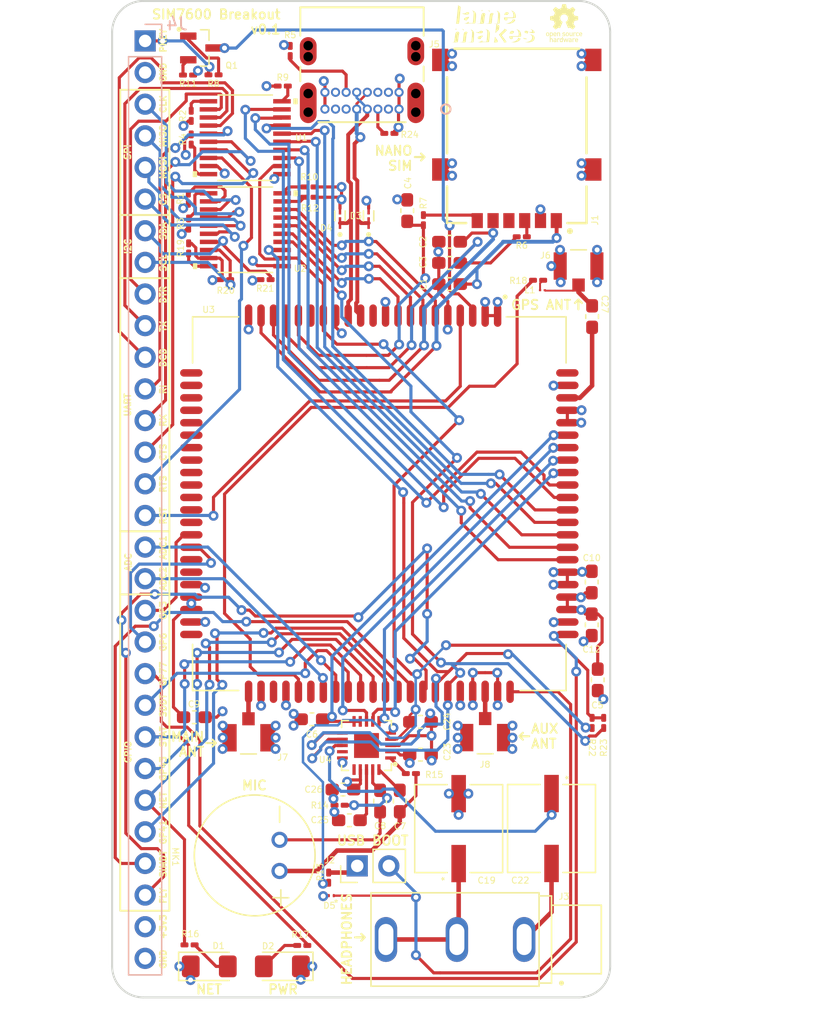
<source format=kicad_pcb>
(kicad_pcb (version 20240108) (generator "pcbnew") (generator_version "8.0")
  (layers (0 "F.Cu" signal) (1 "In1.Cu" signal) (2 "In2.Cu" signal) (31 "B.Cu" signal) (34 "B.Paste" user) (35 "F.Paste" user) (36 "B.SilkS" user "B.Silkscreen") (37 "F.SilkS" user "F.Silkscreen") (38 "B.Mask" user) (39 "F.Mask" user) (44 "Edge.Cuts" user))
  (property "VERSION" "0.1")
  (net 0 "")
  (net 1 "/SIM_VCC")
  (net 2 "GND")
  (net 3 "Net-(Q1-Pad1)")
  (net 4 "Net-(Q1-Pad2)")
  (net 5 "/PWRKEY")
  (net 6 "/PCM_IN")
  (net 7 "/PCM_OUT")
  (net 8 "/PCM_SYNC")
  (net 9 "/PCM_CLK")
  (net 10 "Net-(U4-MICBIAS)")
  (net 11 "/+3v3")
  (net 12 "Net-(U4-MOUT)")
  (net 15 "/+1v8")
  (net 16 "/SCL")
  (net 17 "/SDA")
  (net 18 "Net-(U4-VREF)")
  (net 19 "Net-(U4-MIC-)")
  (net 20 "Net-(U4-MIC+)")
  (net 21 "/SPI_CLK")
  (net 22 "/SPI_CS")
  (net 23 "/SPI_MOSI")
  (net 24 "/SPI_MISO")
  (net 26 "Net-(U2-A7)")
  (net 27 "Net-(U2-A8)")
  (net 28 "Net-(U2-B8)")
  (net 29 "/3v3_SPI_MISO")
  (net 30 "/3v3_SPI_MOSI")
  (net 31 "/3v3_SPI_CS")
  (net 32 "/3v3_SPI_CLK")
  (net 33 "/3v3_SDA")
  (net 34 "/3v3_SCL")
  (net 35 "/UART_CTS")
  (net 36 "/UART_RX")
  (net 37 "/UART_DTR")
  (net 38 "/UART_RTS")
  (net 39 "/UART_RI")
  (net 40 "/UART_DCD")
  (net 41 "/UART_TX")
  (net 42 "Net-(U2-B7)")
  (net 43 "Net-(U2-EN)")
  (net 44 "/3v3_UART_TX")
  (net 45 "/3v3_UART_DCD")
  (net 46 "/3v3_UART_RI")
  (net 47 "/3v3_UART_RTS")
  (net 48 "/3v3_UART_DTR")
  (net 49 "/3v3_UART_RX")
  (net 50 "/3v3_UART_CTS")
  (net 51 "Net-(U1-A8)")
  (net 52 "/RESET")
  (net 53 "Net-(U1-B8)")
  (net 54 "/SIM_DATA")
  (net 55 "/SIM_RST")
  (net 56 "/SIM_CLK")
  (net 57 "Net-(U1-EN)")
  (net 69 "/GPIO3")
  (net 70 "/GPIO6")
  (net 74 "/ADC2")
  (net 75 "/ADC1")
  (net 76 "/SD_DET")
  (net 77 "/STATUS")
  (net 78 "/GPIO43")
  (net 79 "/NETLIGHT")
  (net 80 "/GPIO41")
  (net 81 "/USIM_DET")
  (net 82 "/FLIGHTMODE")
  (net 85 "/USB_BOOT")
  (net 87 "/GPIO77")
  (net 90 "/PWR_ON")
  (net 92 "Net-(J1-RST)")
  (net 93 "/D+")
  (net 95 "Net-(L1-Pad1)")
  (net 96 "Net-(C27-Pad2)")
  (net 97 "/MAIN_ANT")
  (net 98 "/GNSS_ANT")
  (net 99 "/AUX_ANT")
  (net 100 "/AUX_VDD")
  (net 101 "Net-(J1-IO)")
  (net 102 "Net-(C8-Pad1)")
  (net 103 "Net-(C7-Pad1)")
  (net 104 "Net-(C22-Pad2)")
  (net 105 "Net-(C19-Pad1)")
  (net 106 "/D-")
  (net 107 "Net-(J2-Pin_1)")
  (net 108 "Net-(D1-A)")
  (net 109 "Net-(D2-A)")
  (net 111 "Net-(J5-CC1)")
  (net 116 "Net-(J5-CC2)")
  (footprint "Capacitor_SMD:C_0603_1608Metric_Pad1.08x0.95mm_HandSolder" (layer "F.Cu") (at 142.1015 128.9055 90)
    (property "Reference" "C7")
    (property "Value" "1uF")
  )
  (footprint "Capacitor_SMD:C_0603_1608Metric_Pad1.08x0.95mm_HandSolder" (layer "F.Cu") (at 137.539 127.98)
    (property "Reference" "C26")
    (property "Value" "4.7uF")
  )
  (footprint "Resistor_SMD:R_0201_0603Metric_Pad0.64x0.40mm_HandSolder" (layer "F.Cu") (at 134.8425 80.425 180)
    (property "Reference" "R12")
    (property "Value" "47k")
  )
  (footprint "Resistor_SMD:R_0201_0603Metric_Pad0.64x0.40mm_HandSolder" (layer "F.Cu") (at 141.2675 75.3 180)
    (property "Reference" "R24")
    (property "Value" "5K1")
  )
  (footprint "Resistor_SMD:R_0201_0603Metric_Pad0.64x0.40mm_HandSolder" (layer "F.Cu") (at 142.994 126.698 180)
    (property "Reference" "R15")
    (property "Value" "1.3k")
  )
  (footprint "Capacitor_SMD:C_0603_1608Metric_Pad1.08x0.95mm_HandSolder" (layer "F.Cu") (at 125.6 122.175)
    (property "Reference" "C9")
    (property "Value" "100nF")
  )
  (footprint "sim7600_breakout:oshw_logo" (layer "F.Cu") (at 155.3 66.45)
    (property "Reference" "G***" (hide yes))
    (property "Value" "LOGO" (hide yes))
  )
  (footprint "sim7600_breakout:arrow" (layer "F.Cu") (at 126.95 124.25)
    (property "Reference" "G***" (hide yes))
    (property "Value" "LOGO" (hide yes))
  )
  (footprint "Resistor_SMD:R_0201_0603Metric_Pad0.64x0.40mm_HandSolder" (layer "F.Cu") (at 125.12 80.5415 90)
    (property "Reference" "R1")
    (property "Value" "47k")
  )
  (footprint "sim7600_breakout:arrow" (layer "F.Cu") (at 156.45 89.03 90)
    (property "Reference" "G***" (hide yes))
    (property "Value" "LOGO" (hide yes))
  )
  (footprint "Capacitor_SMD:C_0603_1608Metric_Pad1.08x0.95mm_HandSolder" (layer "F.Cu") (at 140.5215 128.9055 90)
    (property "Reference" "C8")
    (property "Value" "1uF")
  )
  (footprint "Capacitor_SMD:C_0603_1608Metric_Pad1.08x0.95mm_HandSolder" (layer "F.Cu") (at 146.1 84 180)
    (property "Reference" "C2")
    (property "Value" "22pF")
  )
  (footprint "sim7600_breakout:865080543009" (layer "F.Cu") (at 154.29 131.10915 -90)
    (property "Reference" "C22")
    (property "Value" "47uF" (hide yes))
  )
  (footprint "LED_SMD:LED_1206_3216Metric_Pad1.42x1.75mm_HandSolder" (layer "F.Cu") (at 126.8 142.18)
    (property "Reference" "D1")
    (property "Value" "R_LED")
  )
  (footprint "Resistor_SMD:R_0201_0603Metric_Pad0.64x0.40mm_HandSolder" (layer "F.Cu") (at 134.8425 79.6 180)
    (property "Reference" "R10")
    (property "Value" "47k")
  )
  (footprint "Resistor_SMD:R_0201_0603Metric_Pad0.64x0.40mm_HandSolder" (layer "F.Cu") (at 151.9 83.6 180)
    (property "Reference" "R6")
    (property "Value" "22")
  )
  (footprint "Resistor_SMD:R_0201_0603Metric_Pad0.64x0.40mm_HandSolder" (layer "F.Cu") (at 137.27 129.24)
    (property "Reference" "R14")
    (property "Value" "1.3k")
  )
  (footprint "Resistor_SMD:R_0201_0603Metric_Pad0.64x0.40mm_HandSolder" (layer "F.Cu") (at 125.35 75.79 -90)
    (property "Reference" "R4")
    (property "Value" "4k7")
  )
  (footprint "Resistor_SMD:R_0201_0603Metric_Pad0.64x0.40mm_HandSolder" (layer "F.Cu") (at 153.21 87.09 180)
    (property "Reference" "R18")
    (property "Value" "10")
  )
  (footprint "sim7600_breakout:HIROSE_U.FL-R-SMT-1(01)" (layer "F.Cu") (at 148.96 123.81 180)
    (property "Reference" "J8")
    (property "Value" "U.FL-R-SMT-1(01)")
  )
  (footprint "Resistor_SMD:R_0201_0603Metric_Pad0.64x0.40mm_HandSolder" (layer "F.Cu") (at 144 82.2675 -90)
    (property "Reference" "R7")
    (property "Value" "22")
  )
  (footprint "sim7600_breakout:HIROSE_U.FL-R-SMT-1(01)" (layer "F.Cu") (at 156.46 85.95)
    (property "Reference" "J6")
    (property "Value" "U.FL-R-SMT-1(01)")
  )
  (footprint "Capacitor_SMD:C_0603_1608Metric_Pad1.08x0.95mm_HandSolder" (layer "F.Cu") (at 143.7615 125.178 180)
    (property "Reference" "C23")
    (property "Value" "4.7uF")
  )
  (footprint "Resistor_SMD:R_0201_0603Metric_Pad0.64x0.40mm_HandSolder" (layer "F.Cu") (at 158.48 122.6325 90)
    (property "Reference" "R23")
    (property "Value" "2k2")
  )
  (footprint "sim7600_breakout:865080543009" (layer "F.Cu") (at 146.8315 131.11885 90)
    (property "Reference" "C19")
    (property "Value" "47uF" (hide yes))
  )
  (footprint "sim7600_breakout:IC_SIM7600E-H" (layer "F.Cu") (at 140.46 105.03 -90)
    (property "Reference" "U3")
    (property "Value" "SIM7600G-H")
  )
  (footprint "Resistor_SMD:R_0201_0603Metric_Pad0.64x0.40mm_HandSolder" (layer "F.Cu") (at 125.35 73.89 90)
    (property "Reference" "R2")
    (property "Value" "47k")
  )
  (footprint "Resistor_SMD:R_0201_0603Metric_Pad0.64x0.40mm_HandSolder" (layer "F.Cu") (at 131.32 87.0415 180)
    (property "Reference" "R21")
    (property "Value" "4k7")
  )
  (footprint "Resistor_SMD:R_0201_0603Metric_Pad0.64x0.40mm_HandSolder" (layer "F.Cu") (at 134.27 140.5 180)
    (property "Reference" "R17")
    (property "Value" "390")
  )
  (footprint "Capacitor_SMD:C_0603_1608Metric_Pad1.08x0.95mm_HandSolder" (layer "F.Cu") (at 157.52 114.7575 -90)
    (property "Reference" "C12")
    (property "Value" "100nF")
  )
  (footprint "Connector_PinHeader_2.54mm:PinHeader_1x02_P2.54mm_Vertical" (layer "F.Cu") (at 138.685 134.11 90)
    (property "Reference" "J2")
    (property "Value" "2W Header")
  )
  (footprint "Resistor_SMD:R_0201_0603Metric_Pad0.64x0.40mm_HandSolder" (layer "F.Cu") (at 133.3 68.683 -90)
    (property "Reference" "R5")
    (property "Value" "5K1")
  )
  (footprint "sim7600_breakout:IND_LQP02HQ47NH02E" (layer "F.Cu") (at 153.56 87.89)
    (property "Reference" "L1")
    (property "Value" "47nH")
  )
  (footprint "Capacitor_SMD:C_0603_1608Metric_Pad1.08x0.95mm_HandSolder" (layer "F.Cu") (at 146.1 85.7 180)
    (property "Reference" "C3")
    (property "Value" "22pF")
  )
  (footprint "Capacitor_SMD:C_0603_1608Metric_Pad1.08x0.95mm_HandSolder" (layer "F.Cu") (at 157.55 90.0075 90)
    (property "Reference" "C27")
    (property "Value" "33pF")
  )
  (footprint "sim7600_breakout:SOT95P237X112-3N" (layer "F.Cu") (at 126.13 68.44)
    (property "Reference" "Q1")
    (property "Value" "MMBT3904L_RFG")
  )
  (footprint "sim7600_breakout:DIOM1006X40N" (layer "F.Cu") (at 137.3 81.92 90)
    (property "Reference" "D4")
    (property "Value" "ESD9L5.0ST5G")
  )
  (footprint "sim7600_breakout:arrow" (layer "F.Cu") (at 138.9 139.85)
    (property "Reference" "G***" (hide yes))
    (property "Value" "LOGO" (hide yes))
  )
  (footprint "Resistor_SMD:R_0201_0603Metric_Pad0.64x0.40mm_HandSolder" (layer "F.Cu") (at 125.2175 140.455)
    (property "Reference" "R16")
    (property "Value" "390")
  )
  (footprint "Capacitor_SMD:C_0603_1608Metric_Pad1.08x0.95mm_HandSolder" (layer "F.Cu") (at 138.054 130.448 180)
    (property "Reference" "C25")
    (property "Value" "4.7uF")
  )
  (footprint "Resistor_SMD:R_0201_0603Metric_Pad0.64x0.40mm_HandSolder" (layer "F.Cu") (at 125.0975 70.615 180)
    (property "Reference" "R11")
    (property "Value" "47k")
  )
  (footprint "LED_SMD:LED_1206_3216Metric_Pad1.42x1.75mm_HandSolder" (layer "F.Cu") (at 132.67 142.175 180)
    (property "Reference" "D2")
    (property "Value" "R_LED")
  )
  (footprint "sim7600_breakout:DIOM1006X40N" (layer "F.Cu") (at 139.6 81.92 90)
    (property "Reference" "D3")
    (property "Value" "ESD9L5.0ST5G")
  )
  (footprint "sim7600_breakout:NVT2008PW_118" (layer "F.Cu") (at 129.687575 75.6475 180)
    (property "Reference" "U1")
    (property "Value" "NVT2008PW_118" (hide yes))
  )
  (footprint "Resistor_SMD:R_0201_0603Metric_Pad0.64x0.40mm_HandSolder" (layer "F.Cu") (at 157.55 122.6325 90)
    (property "Reference" "R22")
    (property "Value" "2k2")
  )
  (footprint "Resistor_SMD:R_0201_0603Metric_Pad0.64x0.40mm_HandSolder" (layer "F.Cu") (at 132.7 71.5)
    (property "Reference" "R9")
    (property "Value" "47k")
  )
  (footprint "Resistor_SMD:R_0201_0603Metric_Pad0.64x0.40mm_HandSolder" (layer "F.Cu") (at 125.145 82.5415 90)
    (property "Reference" "R3")
    (property "Value" "47k")
  )
  (footprint "Capacitor_SMD:C_0603_1608Metric_Pad1.08x0.95mm_HandSolder" (layer "F.Cu") (at 135.0475 122.34 180)
    (property "Reference" "C6")
    (property "Value" "4.7uF")
  )
  (footprint "sim7600_breakout:HIROSE_U.FL-R-SMT-1(01)" (layer "F.Cu") (at 129.95 123.825 180)
    (property "Reference" "J7")
    (property "Value" "U.FL-R-SMT-1(01)")
  )
  (footprint "Resistor_SMD:R_0201_0603Metric_Pad0.64x0.40mm_HandSolder" (layer "F.Cu") (at 125.145 84.534 -90)
    (property "Reference" "R19")
    (property "Value" "4k7")
  )
  (footprint "Resistor_SMD:R_0201_0603Metric_Pad0.64x0.40mm_HandSolder" (layer "F.Cu") (at 127.1425 70.6 180)
    (property "Reference" "R8")
    (property "Value" "4k7")
  )
  (footprint "sim7600_breakout:arrow" (layer "F.Cu") (at 143.7 77.2)
    (property "Reference" "G***" (hide yes))
    (property "Value" "LOGO" (hide yes))
  )
  (footprint "Resistor_SMD:R_0201_0603Metric_Pad0.64x0.40mm_HandSolder" (layer "F.Cu") (at 136.38975 135.055502 90)
    (property "Reference" "R13")
    (property "Value" "47k")
  )
  (footprint "sim7600_breakout:CUI_MJ-3502N" (layer "F.Cu") (at 146.54 140.02 180)
    (property "Reference" "J3")
    (property "Value" "MJ-3502N")
  )
  (footprint "Resistor_SMD:R_0201_0603Metric_Pad0.64x0.40mm_HandSolder" (layer "F.Cu") (at 128.0725 87.0415 180)
    (property "Reference" "R20")
    (property "Value" "4k7")
  )
  (footprint "sim7600_breakout:MIC_AOM-4544P-NF-R" (layer "F.Cu") (at 130.45 133.27 -90)
    (property "Reference" "MK1")
    (property "Value" "AOM-4544P")
  )
  (footprint "Capacitor_SMD:C_0603_1608Metric_Pad1.08x0.95mm_HandSolder" (layer "F.Cu") (at 146.1 87.4 180)
    (property "Reference" "C1")
    (property "Value" "22pF")
  )
  (footprint "sim7600_breakout:QFN50P400X400X80-21N" (layer "F.Cu") (at 139.43 124.445 180)
    (property "Reference" "U4")
    (property "Value" "NAU8810YG")
  )
  (footprint "sim7600_breakout:lamemakes_logo" (layer "F.Cu") (at 149.6 66.5)
    (property "Reference" "G***" (hide yes))
    (property "Value" "LOGO" (hide yes))
  )
  (footprint "sim7600_breakout:2137160001-USB-C" (layer "F.Cu") (at 142.042551 73.35 180)
    (property "Reference" "J5")
    (property "Value" "2137160001" (hide yes))
  )
  (footprint "Capacitor_SMD:C_0603_1608Metric_Pad1.08x0.95mm_HandSolder" (layer "F.Cu") (at 143.769 122.548)
    (property "Reference" "C24")
    (property "Value" "4.7uF")
  )
  (footprint "Capacitor_SMD:C_0603_1608Metric_Pad1.08x0.95mm_HandSolder" (layer "F.Cu") (at 157.52 111.32 90)
    (property "Reference" "C10")
    (property "Value" "100nF")
  )
  (footprint "Capacitor_SMD:C_0603_1608Metric_Pad1.08x0.95mm_HandSolder" (layer "F.Cu") (at 142.7 81.5 90)
    (property "Reference" "C4")
    (property "Value" "100nF")
  )
  (footprint "sim7600_breakout:PESD2V0Y1BSFYL" (layer "F.Cu") (at 136.6 136.5)
    (property "Reference" "D5")
    (property "Value" "PESD2V0Y1BSFYL" (hide yes))
  )
  (footprint "sim7600_breakout:arrow" (layer "F.Cu") (at 152.1 123.7 180)
    (property "Reference" "G***" (hide yes))
    (property "Value" "LOGO" (hide yes))
  )
  (footprint "Capacitor_SMD:C_0603_1608Metric_Pad1.08x0.95mm_HandSolder" (layer "F.Cu") (at 158 119.175 -90)
    (property "Reference" "C5")
    (property "Value" "10uF")
  )
  (footprint "sim7600_breakout:NVT2008PW_118" (layer "F.Cu") (at 129.702 83.0365 180)
    (property "Reference" "U2")
    (property "Value" "NVT2008PW_118" (hide yes))
  )
  (footprint "sim7600_breakout:GCT_SIM8060-6-0-14-00-A" (layer "F.Cu") (at 151.5 75.5 180)
    (property "Reference" "J1")
    (property "Value" "SIM8060-6-0-14-00-A")
  )
  (footprint "Connector_PinHeader_2.54mm:PinHeader_1x30_P2.54mm_Vertical" (layer "B.Cu") (at 121.65 67.875 180)
    (property "Reference" "J4")
    (property "Value" "30W Header")
  )
  (gr_rect (start 119.65 81.85) (end 123.6 86.925) (stroke (width 0.15)) (fill none) (layer "F.SilkS"))
  (gr_rect (start 119.65 86.925) (end 123.6 107.25) (stroke (width 0.15)) (fill none) (layer "F.SilkS"))
  (gr_rect (start 119.65 107.2375) (end 123.6 112.3125) (stroke (width 0.15)) (fill none) (layer "F.SilkS"))
  (gr_rect (start 119.65 71.8) (end 123.6 81.85) (stroke (width 0.15)) (fill none) (layer "F.SilkS"))
  (gr_rect (start 119.65 112.3125) (end 123.6 137.7125) (stroke (width 0.15)) (fill none) (layer "F.SilkS"))
  (gr_line (start 121.5 64.67) (end 156.5 64.67) (stroke (width 0.16)) (layer "Edge.Cuts"))
  (gr_line (start 121.5 144.67) (end 156.5 144.67) (stroke (width 0.16)) (layer "Edge.Cuts"))
  (gr_arc (start 121.5 144.67) (mid 119.732233 143.937767) (end 119 142.17) (stroke (width 0.16)) (layer "Edge.Cuts"))
  (gr_line (start 159 142.17) (end 159 67.17) (stroke (width 0.16)) (layer "Edge.Cuts"))
  (gr_arc (start 119 67.17) (mid 119.732233 65.402233) (end 121.5 64.67) (stroke (width 0.16)) (layer "Edge.Cuts"))
  (gr_arc (start 159 142.17) (mid 158.267767 143.937767) (end 156.5 144.67) (stroke (width 0.16)) (layer "Edge.Cuts"))
  (gr_arc (start 156.5 64.67) (mid 158.267767 65.402233) (end 159 67.17) (stroke (width 0.16)) (layer "Edge.Cuts"))
  (gr_line (start 119 142.17) (end 119 67.17) (stroke (width 0.16)) (layer "Edge.Cuts"))
  (gr_text "SDA" (at 123.1 83.15 90) (layer "F.SilkS") (effects (font (size 0.5 0.5) (thickness 0.125))))
  (gr_text "CLK" (at 123.1 72.95 90) (layer "F.SilkS") (effects (font (size 0.5 0.5) (thickness 0.125))))
  (gr_text "STAT" (at 123.1 123.75 90) (layer "F.SilkS") (effects (font (size 0.5 0.5) (thickness 0.125))))
  (gr_text "PKEY" (at 123.1 67.85 90) (layer "F.SilkS") (effects (font (size 0.5 0.5) (thickness 0.125))))
  (gr_text "NET" (at 123.1 128.85 90) (layer "F.SilkS") (effects (font (size 0.5 0.5) (thickness 0.125))))
  (gr_text "GND" (at 123.1 70.4 90) (layer "F.SilkS") (effects (font (size 0.5 0.5) (thickness 0.125))))
  (gr_text "MOSI" (at 123.1 78.05 90) (layer "F.SilkS") (effects (font (size 0.5 0.5) (thickness 0.125))))
  (gr_text "DTR" (at 123.1 88.25 90) (layer "F.SilkS") (effects (font (size 0.5 0.5) (thickness 0.125))))
  (gr_text "+3v3" (at 123.1 139 90) (layer "F.SilkS") (effects (font (size 0.5 0.5) (thickness 0.125))))
  (gr_text "CTS" (at 123.1 100.9 90) (layer "F.SilkS") (effects (font (size 0.5 0.5) (thickness 0.125))))
  (gr_text "ADC" (at 120.3 109.725 90) (layer "F.SilkS") (effects (font (size 0.5 0.5) (thickness 0.125))))
  (gr_text "RTS" (at 123.1 103.45 90) (layer "F.SilkS") (effects (font (size 0.5 0.5) (thickness 0.125))))
  (gr_text "MISO" (at 123.099801 75.5 90) (layer "F.SilkS") (effects (font (size 0.5 0.5) (thickness 0.125))))
  (gr_text "HEADPHONES" (at 137.85 140 90) (layer "F.SilkS") (effects (font (size 0.75 0.75))))
  (gr_text "USB BOOT" (at 139.925 132.075 0) (layer "F.SilkS") (effects (font (size 0.75 0.75))))
  (gr_text "MIC" (at 130.425 127.65 0) (layer "F.SilkS") (effects (font (size 0.75 0.75))))
  (gr_text "NET" (at 126.775 144.025 0) (layer "F.SilkS") (effects (font (size 0.75 0.75))))
  (gr_text "GP6" (at 123.1 116.15 90) (layer "F.SilkS") (effects (font (size 0.5 0.5) (thickness 0.125))))
  (gr_text "SCL" (at 123.1 85.7 90) (layer "F.SilkS") (effects (font (size 0.5 0.5) (thickness 0.125))))
  (gr_text "GP77" (at 123.098023 118.7 90) (layer "F.SilkS") (effects (font (size 0.5 0.5) (thickness 0.125))))
  (gr_text "RX" (at 123.1 98.35 90) (layer "F.SilkS") (effects (font (size 0.5 0.5) (thickness 0.125))))
  (gr_text "SIMDT" (at 123.1 133.95 90) (layer "F.SilkS") (effects (font (size 0.5 0.5) (thickness 0.125))))
  (gr_text "UART" (at 120.25 97.1 90) (layer "F.SilkS") (effects (font (size 0.5 0.5) (thickness 0.125))))
  (gr_text "I2C" (at 120.275 84.375 90) (layer "F.SilkS") (effects (font (size 0.5 0.5) (thickness 0.125))))
  (gr_text "GP41" (at 123.1 131.4 90) (layer "F.SilkS") (effects (font (size 0.5 0.5) (thickness 0.125))))
  (gr_text "FLY" (at 123.099999 136.5 90) (layer "F.SilkS") (effects (font (size 0.5 0.5) (thickness 0.125))))
  (gr_text "RST" (at 123.1 106 90) (layer "F.SilkS") (effects (font (size 0.5 0.5) (thickness 0.125))))
  (gr_text "ADC1" (at 123.1 108.55 90) (layer "F.SilkS") (effects (font (size 0.5 0.5) (thickness 0.125))))
  (gr_text "RI" (at 123.1 95.85 90) (layer "F.SilkS") (effects (font (size 0.5 0.5) (thickness 0.125))))
  (gr_text "SPI" (at 120.25 76.8 90) (layer "F.SilkS") (effects (font (size 0.5 0.5) (thickness 0.125))))
  (gr_text "CS" (at 123.1 80.6 90) (layer "F.SilkS") (effects (font (size 0.5 0.5) (thickness 0.125))))
  (gr_text "GPIO" (at 120.275 124.975 90) (layer "F.SilkS") (effects (font (size 0.5 0.5) (thickness 0.125))))
  (gr_text "DCD" (at 123.1 93.3 90) (layer "F.SilkS") (effects (font (size 0.5 0.5) (thickness 0.125))))
  (gr_text "NANO\nSIM" (at 143.2 77.3 0) (layer "F.SilkS") (effects (font (size 0.75 0.75)) (justify right)))
  (gr_text "SIM7600 Breakout\nv${VERSION}" (at 132.6 66.35 0) (layer "F.SilkS") (effects (font (size 0.75 0.75)) (justify right)))
  (gr_text "GP3" (at 123.1 113.6 90) (layer "F.SilkS") (effects (font (size 0.5 0.5) (thickness 0.125))))
  (gr_text "MAIN\nANT" (at 126.481509 124.35 0) (layer "F.SilkS") (effects (font (size 0.75 0.75)) (justify right)))
  (gr_text "GND" (at 123.1 141.6 90) (layer "F.SilkS") (effects (font (size 0.5 0.5) (thickness 0.125))))
  (gr_text "GPS ANT" (at 153.46 89.07 0) (layer "F.SilkS") (effects (font (size 0.75 0.75))))
  (gr_text "PWR" (at 132.725 144.025 0) (layer "F.SilkS") (effects (font (size 0.75 0.75))))
  (gr_text "TX" (at 123.1 90.8 90) (layer "F.SilkS") (effects (font (size 0.5 0.5) (thickness 0.125))))
  (gr_text "GP43" (at 123.1 126.3 90) (layer "F.SilkS") (effects (font (size 0.5 0.5) (thickness 0.125))))
  (gr_text "SDDT" (at 123.1 121.25 90) (layer "F.SilkS") (effects (font (size 0.5 0.5) (thickness 0.125))))
  (gr_text "AUX\nANT" (at 152.57244 123.7 0) (layer "F.SilkS") (effects (font (size 0.75 0.75)) (justify left)))
  (gr_text "ADC2" (at 123.1 111.05 90) (layer "F.SilkS") (effects (font (size 0.5 0.5) (thickness 0.125))))
  (segment (start 141.402299 96.057701) (end 141.402299 95.997701) (width 0.25) (layer "F.Cu") (net 1))
  (segment (start 130.96 91.32) (end 135.65 96.01) (width 0.25) (layer "F.Cu") (net 1))
  (segment (start 135.697701 96.057701) (end 141.402299 96.057701) (width 0.25) (layer "F.Cu") (net 1))
  (segment (start 141.402299 95.997701) (end 145.05 92.35) (width 0.25) (layer "F.Cu") (net 1))
  (segment (start 154.7 82.325) (end 154.675 82.3) (width 0.312) (layer "F.Cu") (net 1))
  (segment (start 146.9625 87.4) (end 148.3 87.4) (width 0.25) (layer "F.Cu") (net 1))
  (segment (start 130.96 89.93) (end 130.96 91.32) (width 0.25) (layer "F.Cu") (net 1))
  (segment (start 154.7 83.7) (end 154.7 82.325) (width 0.312) (layer "F.Cu") (net 1))
  (segment (start 135.65 96.01) (end 135.697701 96.057701) (width 0.25) (layer "F.Cu") (net 1))
  (via (at 154.7 83.7) (size 0.8) (drill 0.4) (layers "F.Cu" "B.Cu") (net 1))
  (via (at 145.05 92.35) (size 0.8) (drill 0.4) (layers "F.Cu" "B.Cu") (net 1))
  (via (at 148.3 87.4) (size 0.8) (drill 0.4) (layers "F.Cu" "B.Cu") (net 1))
  (segment (start 148.3 86.140862) (end 148.370431 86.070431) (width 0.25) (layer "B.Cu") (net 1))
  (segment (start 145.05 89.390862) (end 148.370431 86.070431) (width 0.312) (layer "B.Cu") (net 1))
  (segment (start 150.4 84) (end 154.4 84) (width 0.312) (layer "B.Cu") (net 1))
  (segment (start 154.4 84) (end 154.7 83.7) (width 0.312) (layer "B.Cu") (net 1))
  (segment (start 148.3 87.4) (end 148.3 86.140862) (width 0.25) (layer "B.Cu") (net 1))
  (segment (start 145.05 92.35) (end 145.05 89.390862) (width 0.312) (layer "B.Cu") (net 1))
  (segment (start 148.370431 86.070431) (end 150.4 84.040862) (width 0.312) (layer "B.Cu") (net 1))
  (segment (start 150.4 84.040862) (end 150.4 84) (width 0.312) (layer "B.Cu") (net 1))
  (segment (start 146.8315 128.31215) (end 146.8315 130.0085) (width 0.25) (layer "F.Cu") (net 2))
  (segment (start 125.3125 143.2625) (end 125.3 143.275) (width 0.25) (layer "F.Cu") (net 2))
  (segment (start 136.85 129.2525) (end 136.8625 129.24) (width 0.25) (layer "F.Cu") (net 2))
  (segment (start 141.675 75.3) (end 141.675 75.125) (width 0.25) (layer "F.Cu") (net 2))
  (segment (start 135.991223 136.5) (end 135.951962 136.539261) (width 0.18) (layer "F.Cu") (net 2))
  (segment (start 144.65 122.34) (end 144.66 122.33) (width 0.25) (layer "F.Cu") (net 2))
  (segment (start 137.3 81.34) (end 137.3 80.725) (width 0.25) (layer "F.Cu") (net 2))
  (segment (start 137.1915 130.1165) (end 136.85 129.775) (width 0.25) (layer "F.Cu") (net 2))
  (segment (start 157.2 78.2) (end 156.7 77.7) (width 0.25) (layer "F.Cu") (net 2))
  (segment (start 132.12 124.52) (end 131.425 123.825) (width 0.25) (layer "F.Cu") (net 2))
  (segment (start 155.56 95.53) (end 154.47 95.53) (width 0.25) (layer "F.Cu") (net 2))
  (segment (start 131.43 123.82) (end 131.425 123.825) (width 0.25) (layer "F.Cu") (net 2))
  (segment (start 126.208163 111.53) (end 126.461311 111.783148) (width 0.25) (layer "F.Cu") (net 2))
  (segment (start 145.96 88.78) (end 145.2375 88.0575) (width 0.25) (layer "F.Cu") (net 2))
  (segment (start 154.985 87.21) (end 155.025 87.25) (width 0.3628) (layer "F.Cu") (net 2))
  (segment (start 145.8 69.4) (end 146.3 69.9) (width 0.25) (layer "F.Cu") (net 2))
  (segment (start 133.3 68.2755) (end 132.8755 68.2755) (width 0.25) (layer "F.Cu") (net 2))
  (segment (start 132.2925 71.5) (end 131.4 71.5) (width 0.25) (layer "F.Cu") (net 2))
  (segment (start 149.93 118.6) (end 148.96 118.6) (width 0.25) (layer "F.Cu") (net 2))
  (segment (start 132.96 120.13) (end 132.96 121.22) (width 0.25) (layer "F.Cu") (net 2))
  (segment (start 157.52 115.62) (end 157.334012 115.62) (width 0.25) (layer "F.Cu") (net 2))
  (segment (start 132.61325 85.92) (end 130.675 85.92) (width 0.25) (layer "F.Cu") (net 2))
  (segment (start 154.985 84.66) (end 154.975 84.65) (width 0.3628) (layer "F.Cu") (net 2))
  (segment (start 148.96 89.93) (end 149.96 89.93) (width 0.25) (layer "F.Cu") (net 2))
  (segment (start 145.8 78.2) (end 146.3 78.7) (width 0.25) (layer "F.Cu") (net 2))
  (segment (start 141.365 123.445) (end 141.365 123.2545) (width 0.25) (layer "F.Cu") (net 2))
  (segment (start 132.13 122.85) (end 132.13 123.12) (width 0.25) (layer "F.Cu") (net 2))
  (segment (start 144.65 123.66) (end 144.65 122.34) (width 0.25) (layer "F.Cu") (net 2))
  (segment (start 125.36 111.53) (end 126.208163 111.53) (width 0.25) (layer "F.Cu") (net 2))
  (segment (start 136.09255 72) (end 136.09255 71.19255) (width 0.25) (layer "F.Cu") (net 2))
  (segment (start 136.6765 129.054) (end 136.8625 129.24) (width 0.25) (layer "F.Cu") (net 2))
  (segment (start 149.96 118.65) (end 149.97 118.64) (width 0.25) (layer "F.Cu") (net 2))
  (segment (start 146.8315 128.31215) (end 146.05215 128.31215) (width 0.25) (layer "F.Cu") (net 2))
  (segment (start 147.485 123.81) (end 147.485 123.985) (width 0.25) (layer "F.Cu") (net 2))
  (segment (start 157.65 78.2) (end 157.3 78.2) (width 0.25) (layer "F.Cu") (net 2))
  (segment (start 127.88 122.85) (end 127.88 123.23) (width 0.25) (layer "F.Cu") (net 2))
  (segment (start 157.52 110.4575) (end 156.7925 110.4575) (width 0.25) (layer "F.Cu") (net 2))
  (segment (start 145.2375 84) (end 145.2375 84.7625) (width 0.25) (layer "F.Cu") (net 2))
  (segment (start 147.485 123.985) (end 146.75 124.72) (width 0.25) (layer "F.Cu") (net 2))
  (segment (start 142.84 123.66) (end 142.055 124.445) (width 0.25) (layer "F.Cu") (net 2))
  (segment (start 147.485 123.575) (end 146.76 122.85) (width 0.25) (layer "F.Cu") (net 2))
  (segment (start 134.1575 143.2425) (end 134.15 143.25) (width 0.25) (layer "F.Cu") (net 2))
  (segment (start 137.1915 130.448) (end 137.1915 130.1165) (width 0.25) (layer "F.Cu") (net 2))
  (segment (start 145.96 91.04) (end 145.95 91.05) (width 0.25) (layer "F.Cu") (net 2))
  (segment (start 144.6525 124.96) (end 144.6525 123.6625) (width 0.25) (layer "F.Cu") (net 2))
  (segment (start 136.85 129.775) (end 136.85 129.2525) (width 0.25) (layer "F.Cu") (net 2))
  (segment (start 127.87 124.43) (end 128.475 123.825) (width 0.25) (layer "F.Cu") (net 2))
  (segment (start 130.96 120.13) (end 130.96 121.25) (width 0.25) (layer "F.Cu") (net 2))
  (segment (start 135.25 79.6) (end 137.425 79.6) (width 0.25) (layer "F.Cu") (net 2))
  (segment (start 139.6 80.87152) (end 139.42848 80.7) (width 0.25) (layer "F.Cu") (net 2))
  (segment (start 125.35 74.2975) (end 125.129545 74.2975) (width 0.25) (layer "F.Cu") (net 2))
  (segment (start 134.185 122.34) (end 133.99 122.34) (width 0.25) (layer "F.Cu") (net 2))
  (segment (start 136.6765 127.98) (end 136.6765 128.6265) (width 0.25) (layer "F.Cu") (net 2))
  (segment (start 144.6525 125.6425) (end 144.66 125.65) (width 0.25) (layer "F.Cu") (net 2))
  (segment (start 126.47 114.53) (end 126.475 114.525) (width 0.25) (layer "F.Cu") (net 2))
  (segment (start 149.96 120.13) (end 149.96 118.65) (width 0.25) (layer "F.Cu") (net 2))
  (segment (start 154.46 110.53) (end 154.45 110.52) (width 0.25) (layer "F.Cu") (net 2))
  (segment (start 157.65 78.2) (end 157.2 78.2) (width 0.25) (layer "F.Cu") (net 2))
  (segment (start 142 73.392551) (end 142.042551 73.35) (width 0.25) (layer "F.Cu") (net 2))
  (segment (start 137.495 125.445) (end 137.495 125.82) (width 0.25) (layer "F.Cu") (net 2))
  (segment (start 127.3945 122.175) (end 127.8695 121.7) (width 0.25) (layer "F.Cu") (net 2))
  (segment (start 125.063662 80.949) (end 124.7105 81.302162) (width 0.25) (layer "F.Cu") (net 2))
  (segment (start 145.2375 84.8375) (end 145.2 84.8) (width 0.25) (layer "F.Cu") (net 2))
  (segment (start 132.640325 78.5725) (end 132.403 78.5725) (width 0.25) (layer "F.Cu") (net 2))
  (segment (start 149.96 89.93) (end 149.96 88.83) (width 0.25) (layer "F.Cu") (net 2))
  (segment (start 136.96 89.93) (end 136.96 90.8655) (width 0.25) (layer "F.Cu") (net 2))
  (segment (start 125.36 114.53) (end 126.47 114.53) (width 0.25) (layer "F.Cu") (net 2))
  (segment (start 155.56 110.53) (end 156.72 110.53) (width 0.25) (layer "F.Cu") (net 2))
  (segment (start 147.485 123.81) (end 147.485 123.575) (width 0.25) (layer "F.Cu") (net 2))
  (segment (start 153.405 81.405) (end 153.4 81.4) (width 0.25) (layer "F.Cu") (net 2))
  (segment (start 144.6525 124.96) (end 144.6525 125.6425) (width 0.25) (layer "F.Cu") (net 2))
  (segment (start 149.97 118.64) (end 149.93 118.6) (width 0.25) (layer "F.Cu") (net 2))
  (segment (start 148.96 89.93) (end 148.96 88.83) (width 0.25) (layer "F.Cu") (net 2))
  (segment (start 133.58 121.9) (end 133.745 121.9) (width 0.25) (layer "F.Cu") (net 2))
  (segment (start 137.495 125.82) (end 137.5 125.825) (width 0.25) (layer "F.Cu") (net 2))
  (segment (start 157.935 85.95) (end 157.935 87.235) (width 0.3628) (layer "F.Cu") (net 2))
  (segment (start 124.405 142.18) (end 124.4 142.175) (width 0.25) (layer "F.Cu") (net 2))
  (segment (start 155.56 98.53) (end 156.67 98.53) (width 0.25) (layer "F.Cu") (net 2))
  (segment (start 134.1575 142.175) (end 135.075 142.175) (width 0.25) (layer "F.Cu") (net 2))
  (segment (start 130.3 85.545) (end 130.3 85.525) (width 0.25) (layer "F.Cu") (net 2))
  (segment (start 125.018656 82.949) (end 124.589673 83.377983) (width 0.25) (layer "F.Cu") (net 2))
  (segment (start 125.3125 142.18) (end 124.405 142.18) (width 0.25) (layer "F.Cu") (net 2))
  (segment (start 127.88 123.23) (end 128.475 123.825) (width 0.25) (layer "F.Cu") (net 2))
  (segment (start 132.8755 68.2755) (end 132.8 68.2) (width 0.25) (layer "F.Cu") (net 2))
  (segment (start 142.042551 70.957449) (end 142.1 70.9) (width 0.25) (layer "F.Cu") (net 2))
  (segment (start 142.7 80.6375) (end 141.9375 80.6375) (width 0.25) (layer "F.Cu") (net 2))
  (segment (start 145.35 78.2) (end 145.8 78.2) (width 0.25) (layer "F.Cu") (net 2))
  (segment (start 147.96 120.13) (end 147.96 121.21) (width 0.25) (layer "F.Cu") (net 2))
  (segment (start 157.2 69.4) (end 156.7 68.9) (width 0.25) (layer "F.Cu") (net 2))
  (segment (start 136.96 90.8655) (end 137.4445 91.35) (width 0.25) (layer "F.Cu") (net 2))
  (segment (start 132.65475 85.9615) (end 132.61325 85.92) (width 0.25) (layer "F.Cu") (net 2))
  (segment (start 140.96 88.84) (end 140.95 88.83) (width 0.25) (layer "F.Cu") (net 2))
  (segment (start 145.2375 88.0575) (end 145.2375 87.4) (width 0.25) (layer "F.Cu") (net 2))
  (segment (start 137.425 79.6) (end 137.425 80.6) (width 0.25) (layer "F.Cu") (net 2))
  (segment (start 142.042551 72) (end 142.042551 70.957449) (width 0.25) (layer "F.Cu") (net 2))
  (segment (start 134.08 122.34) (end 133.57 122.85) (width 0.25) (layer "F.Cu") (net 2))
  (segment (start 144.6315 121.9515) (end 144.55 121.87) (width 0.25) (layer "F.Cu") (net 2))
  (segment (start 154.985 85.95) (end 154.985 87.21) (width 0.3628) (layer "F.Cu") (net 2))
  (segment (start 154.985 85.95) (end 154.985 84.66) (width 0.3628) (layer "F.Cu") (net 2))
  (segment (start 149.96 120.13) (end 149.96 121.22) (width 0.25) (layer "F.Cu") (net 2))
  (segment (start 156.72 110.53) (end 156.75 110.5) (width 0.25) (layer "F.Cu") (net 2))
  (segment (start 154.48 114.53) (end 154.47 114.54) (width 0.25) (layer "F.Cu") (net 2))
  (segment (start 147.96 120.13) (end 147.96 118.61) (width 0.25) (layer "F.Cu") (net 2))
  (segment (start 147.96 121.21) (end 147.97 121.22) (width 0.25) (layer "F.Cu") (net 2))
  (segment (start 142 74.8) (end 142 73.392551) (width 0.25) (layer "F.Cu") (net 2))
  (segment (start 136.6765 128.6265) (end 136.775 128.725) (width 0.25) (layer "F.Cu") (net 2))
  (segment (start 157.65 69.4) (end 157.2 69.4) (width 0.25) (layer "F.Cu") (net 2))
  (segment (start 125.3125 142.18) (end 125.3125 143.2625) (width 0.25) (layer "F.Cu") (net 2))
  (segment (start 137.3 80.725) (end 137.425 80.6) (width 0.25) (layer "F.Cu") (net 2))
  (segment (start 140.96 89.93) (end 140.96 88.84) (width 0.25) (layer "F.Cu") (net 2))
  (segment (start 126.4625 122.175) (end 127.3945 122.175) (width 0.25) (layer "F.Cu") (net 2))
  (segment (start 155.56 97.53) (end 156.695 97.53) (width 0.25) (layer "F.Cu") (net 2))
  (segment (start 127.88 123.82) (end 128.47 123.82) (width 0.25) (layer "F.Cu") (net 2))
  (segment (start 141.675 75.125) (end 142 74.8) (width 0.25) (layer "F.Cu") (net 2))
  (segment (start 157.2 69.4) (end 156.7 69.9) (width 0.25) (layer "F.Cu") (net 2))
  (segment (start 144.8425 122.3575) (end 144.815 122.33) (width 0.25) (layer "F.Cu") (net 2))
  (segment (start 125.129545 74.2975) (end 124.730783 74.696262) (width 0.25) (layer "F.Cu") (net 2))
  (segment (start 142.84 123.66) (end 144.65 123.66) (width 0.25) (layer "F.Cu") (net 2))
  (segment (start 136.09255 73.35) (end 136.09255 72) (width 0.25) (layer "F.Cu") (net 2))
  (segment (start 157.935 84.665) (end 157.95 84.65) (width 0.3628) (layer "F.Cu") (net 2))
  (segment (start 132.403 78.5725) (end 132.0255 78.95) (width 0.25) (layer "F.Cu") (net 2))
  (segment (start 156.695 97.53) (end 156.7 97.525) (width 0.25) (layer "F.Cu") (net 2))
  (segment (start 146.8315 128.31215) (end 147.60785 128.31215) (width 0.25) (layer "F.Cu") (net 2))
  (segment (start 144.6315 122.548) (end 144.6315 121.9515) (width 0.25) (layer "F.Cu") (net 2))
  (segment (start 155.56 110.53) (end 154.46 110.53) (width 0.25) (layer "F.Cu") (net 2))
  (segment (start 142.042551 72) (end 142.042551 73.35) (width 0.25) (layer "F.Cu") (net 2))
  (segment (start 147.96 118.61) (end 147.97 118.6) (width 0.25) (layer "F.Cu") (net 2))
  (segment (start 155.56 114.53) (end 154.48 114.53) (width 0.25) (layer "F.Cu") (net 2))
  (segment (start 135.25 80.425) (end 137.25 80.425) (width 0.25) (layer "F.Cu") (net 2))
  (segment (start 134.1575 142.175) (end 134.1575 143.2425) (width 0.25) (layer "F.Cu") (net 2))
  (segment (start 145.2375 87.4) (end 145.2375 85.7) (width 0.25) (layer "F.Cu") (net 2))
  (segment (start 141.365 123.2545) (end 141.5915 123.028) (width 0.25) (layer "F.Cu") (net 2))
  (segment (start 136.09255 71.19255) (end 136 71.1) (width 0.25) (layer "F.Cu") (net 2))
  (segment (start 155.56 98.53) (end 155.56 97.53) (width 0.25) (layer "F.Cu") (net 2))
  (segment (start 155.56 111.53) (end 155.56 110.53) (width 0.25) (layer "F.Cu") (net 2))
  (segment (start 130.675 85.92) (end 130.3 85.545) (width 0.25) (layer "F.Cu") (net 2))
  (segment (start 146.96 120.13) (end 146.96 121.23) (width 0.25) (layer "F.Cu") (net 2))
  (segment (start 132.13 123.82) (end 131.43 123.82) (width 0.25) (layer "F.Cu") (net 2))
  (segment (start 141.365 124.445) (end 142.055 124.445) (width 0.25) (layer "F.Cu") (net 2))
  (segment (start 132.12 124.72) (end 132.12 124.52) (width 0.25) (layer "F.Cu") (net 2))
  (segment (start 157.334012 115.62) (end 156.863554 116.090458) (width 0.25) (layer "F.Cu") (net 2))
  (segment (start 127.87 124.72) (end 127.87 124.43) (width 0.25) (layer "F.Cu") (net 2))
  (segment (start 146.77 123.81) (end 146.76 123.82) (width 0.25) (layer "F.Cu") (net 2))
  (segment (start 134.185 122.34) (end 134.08 122.34) (width 0.25) (layer "F.Cu") (net 2))
  (segment (start 154.47 95.53) (end 154.45 95.55) (width 0.25) (layer "F.Cu") (net 2))
  (segment (start 145.2375 84.7625) (end 145.2 84.8) (width 0.25) (layer "F.Cu") (net 2))
  (segment (start 136.6765 127.98) (end 136.6765 129.054) (width 0.25) (layer "F.Cu") (net 2))
  (segment (start 137.25 80.425) (end 137.425 80.6) (width 0.25) (layer "F.Cu") (net 2))
  (segment (start 133.745 121.9) (end 134.185 122.34) (width 0.25) (layer "F.Cu") (net 2))
  (segment (start 155.56 111.53) (end 154.45 111.53) (width 0.25) (layer "F.Cu") (net 2))
  (segment (start 128.47 123.82) (end 128.475 123.825) (width 0.25) (layer "F.Cu") (net 2))
  (segment (start 144.6525 123.6625) (end 144.65 123.66) (width 0.25) (layer "F.Cu") (net 2))
  (segment (start 145.8 69.4) (end 146.3 68.9) (width 0.25) (layer "F.Cu") (net 2))
  (segment (start 157.2 78.2) (end 156.7 78.7) (width 0.25) (layer "F.Cu") (net 2))
  (segment (start 158 120.275) (end 158.45 120.725) (width 0.25) (layer "F.Cu") (net 2))
  (segment (start 145.96 89.93) (end 145.96 91.04) (width 0.25) (layer "F.Cu") (net 2))
  (segment (start 156.67 98.53) (end 156.675 98.525) (width 0.25) (layer "F.Cu") (net 2))
  (segment (start 139.6 81.34) (end 139.6 80.87152) (width 0.25) (layer "F.Cu") (net 2))
  (segment (start 147.97 118.6) (end 148.96 118.6) (width 0.25) (layer "F.Cu") (net 2))
  (segment (start 157.935 85.95) (end 157.935 84.665) (width 0.3628) (layer "F.Cu") (net 2))
  (segment (start 129.96 89.93) (end 129.96 91.04) (width 0.25) (layer "F.Cu") (net 2))
  (segment (start 125.12 80.949) (end 125.063662 80.949) (width 0.25) (layer "F.Cu") (net 2))
  (segment (start 157.935 87.235) (end 157.95 87.25) (width 0.3628) (layer "F.Cu") (net 2))
  (segment (start 125.145 82.949) (end 125.018656 82.949) (width 0.25) (layer "F.Cu") (net 2))
  (segment (start 154.985 85.95) (end 154.275 85.95) (width 0.3628) (layer "F.Cu") (net 2))
  (segment (start 145.96 89.93) (end 145.96 88.78) (width 0.25) (layer "F.Cu") (net 2))
  (segment (start 141.9375 80.6375) (end 141.9 80.6) (width 0.25) (layer "F.Cu") (net 2))
  (segment (start 147.485 123.81) (end 146.77 123.81) (width 0.25) (layer "F.Cu") (net 2))
  (segment (start 145.35 69.4) (end 145.8 69.4) (width 0.25) (layer "F.Cu") (net 2))
  (segment (start 153.405 82.3) (end 153.405 81.405) (width 0.25) (layer "F.Cu") (net 2))
  (segment (start 145.2375 85.7) (end 145.2375 84.8375) (width 0.25) (layer "F.Cu") (net 2))
  (segment (start 156.7925 110.4575) (end 156.75 110.5) (width 0.25) (layer "F.Cu") (net 2))
  (segment (start 136.401199 136.5) (end 135.991223 136.5) (width 0.18) (layer "F.Cu") (net 2))
  (segment (start 145.8 78.2) (end 146.3 77.7) (width 0.25) (layer "F.Cu") (net 2))
  (segment (start 158 120.0375) (end 158 120.275) (width 0.25) (layer "F.Cu") (net 2))
  (segment (start 125.505 70.615) (end 125.541443 70.615) (width 0.25) (layer "F.Cu") (net 2))
  (segment (start 125.541443 70.615) (end 125.891736 70.264707) (width 0.25) (layer "F.Cu") (net 2))
  (segment (start 132.13 123.12) (end 131.425 123.825) (width 0.25) (layer "F.Cu") (net 2))
  (via (at 125.891736 70.264707) (size 0.8) (drill 0.4) (layers "F.Cu" "B.Cu") (net 2))
  (via (at 137.425 80.6) (size 0.8) (drill 0.4) (layers "F.Cu" "B.Cu") (net 2))
  (via (at 132.0255 78.95) (size 0.8) (drill 0.4) (layers "F.Cu" "B.Cu") (net 2))
  (via (at 154.975 84.65) (size 0.8) (drill 0.4) (layers "F.Cu" "B.Cu") (net 2))
  (via (at 151.15 123.82) (size 0.8) (drill 0.4) (layers "F.Cu" "B.Cu") (net 2))
  (via (at 154.45 110.52) (size 0.8) (drill 0.4) (layers "F.Cu" "B.Cu") (net 2))
  (via (at 137.4445 91.35) (size 0.8) (drill 0.4) (layers "F.Cu" "B.Cu") (net 2))
  (via (at 146.05 128.31) (size 0.8) (drill 0.4) (layers "F.Cu" "B.Cu") (net 2))
  (via (at 146.83 130.01) (size 0.8) (drill 0.4) (layers "F.Cu" "B.Cu") (net 2))
  (via (at 127.88 123.82) (size 0.8) (drill 0.4) (layers "F.Cu" "B.Cu") (net 2))
  (via (at 140.95 88.83) (size 0.8) (drill 0.4) (layers "F.Cu" "B.Cu") (net 2))
  (via (at 154.45 95.55) (size 0.8) (drill 0.4) (layers "F.Cu" "B.Cu") (net 2))
  (via (at 156.7 97.525) (size 0.8) (drill 0.4) (layers "F.Cu" "B.Cu") (net 2))
  (via (at 133.58 121.9) (size 0.8) (drill 0.4) (layers "F.Cu" "B.Cu") (net 2))
  (via (at 134.15 143.25) (size 0.8) (drill 0.4) (layers "F.Cu" "B.Cu") (net 2))
  (via (at 132.8 68.2) (size 0.8) (drill 0.4) (layers "F.Cu" "B.Cu") (net 2))
  (via (at 129.96 91.04) (size 0.8) (drill 0.4) (layers "F.Cu" "B.Cu") (net 2))
  (via (at 146.3 77.7) (size 0.8) (drill 0.4) (layers "F.Cu" "B.Cu") (net 2))
  (via (at 148.96 88.83) (size 0.8) (drill 0.4) (layers "F.Cu" "B.Cu") (net 2))
  (via (at 154.275 85.95) (size 0.8) (drill 0.4) (layers "F.Cu" "B.Cu") (net 2))
  (via (at 153.4 81.4) (size 0.8) (drill 0.4) (layers "F.Cu" "B.Cu") (net 2))
  (via (at 146.3 68.9) (size 0.8) (drill 0.4) (layers "F.Cu" "B.Cu") (net 2))
  (via (at 124.7105 81.302162) (size 0.8) (drill 0.4) (layers "F.Cu" "B.Cu") (net 2))
  (via (at 142 74.8) (size 0.8) (drill 0.4) (layers "F.Cu" "B.Cu") (net 2))
  (via (at 145.2 84.8) (size 0.8) (drill 0.4) (layers "F.Cu" "B.Cu") (net 2))
  (via (at 136.775 128.725) (size 0.8) (drill 0.4) (layers "F.Cu" "B.Cu") (net 2))
  (via (at 147.61 128.31) (size 0.8) (drill 0.4) (layers "F.Cu" "B.Cu") (net 2))
  (via (at 132.13 122.85) (size 0.8) (drill 0.4) (layers "F.Cu" "B.Cu") (net 2))
  (via (at 156.7 78.7) (size 0.8) (drill 0.4) (layers "F.Cu" "B.Cu") (net 2))
  (via (at 132.96 121.22) (size 0.8) (drill 0.4) (layers "F.Cu" "B.Cu") (net 2))
  (via (at 154.45 111.53) (size 0.8) (drill 0.4) (layers "F.Cu" "B.Cu") (net 2))
  (via (at 147.97 121.22) (size 0.8) (drill 0.4) (layers "F.Cu" "B.Cu") (net 2))
  (via (at 132.13 123.82) (size 0.8) (drill 0.4) (layers "F.Cu" "B.Cu") (net 2))
  (via (at 146.76 123.82) (size 0.8) (drill 0.4) (layers "F.Cu" "B.Cu") (net 2))
  (via (at 145.95 91.05) (size 0.8) (drill 0.4) (layers "F.Cu" "B.Cu") (net 2))
  (via (at 141.9 80.6) (size 0.8) (drill 0.4) (layers "F.Cu" "B.Cu") (net 2))
  (via (at 158.45 120.725) (size 0.8) (drill 0.4) (layers "F.Cu" "B.Cu") (net 2))
  (via (at 146.96 121.23) (size 0.8) (drill 0.4) (layers "F.Cu" "B.Cu") (net 2))
  (via (at 141.5915 123.028) (size 0.8) (drill 0.4) (layers "F.Cu" "B.Cu") (net 2))
  (via (at 156.75 110.5) (size 0.8) (drill 0.4) (layers "F.Cu" "B.Cu") (net 2))
  (via (at 130.96 121.25) (size 0.8) (drill 0.4) (layers "F.Cu" "B.Cu") (net 2))
  (via (at 136 71.1) (size 0.8) (drill 0.4) (layers "F.Cu" "B.Cu") (net 2))
  (via (at 156.675 98.525) (size 0.8) (drill 0.4) (layers "F.Cu" "B.Cu") (net 2))
  (via (at 135.951962 136.539261) (size 0.8) (drill 0.4) (layers "F.Cu" "B.Cu") (net 2))
  (via (at 156.7 77.7) (size 0.8) (drill 0.4) (layers "F.Cu" "B.Cu") (net 2))
  (via (at 156.7 68.9) (size 0.8) (drill 0.4) (layers "F.Cu" "B.Cu") (net 2))
  (via (at 146.76 122.85) (size 0.8) (drill 0.4) (layers "F.Cu" "B.Cu") (net 2))
  (via (at 131.4 71.5) (size 0.8) (drill 0.4) (layers "F.Cu" "B.Cu") (net 2))
  (via (at 144.66 125.65) (size 0.8) (drill 0.4) (layers "F.Cu" "B.Cu") (net 2))
  (via (at 136.85 129.775) (size 0.8) (drill 0.4) (layers "F.Cu" "B.Cu") (net 2))
  (via (at 149.93 118.6) (size 0.8) (drill 0.4) (layers "F.Cu" "B.Cu") (net 2))
  (via (at 142.1 70.9) (size 0.8) (drill 0.4) (layers "F.Cu" "B.Cu") (net 2))
  (via (at 146.3 78.7) (size 0.8) (drill 0.4) (layers "F.Cu" "B.Cu") (net 2))
  (via (at 124.4 142.175) (size 0.8) (drill 0.4) (layers "F.Cu" "B.Cu") (net 2))
  (via (at 151.14 124.72) (size 0.8) (drill 0.4) (layers "F.Cu" "B.Cu") (net 2))
  (via (at 135.075 142.175) (size 0.8) (drill 0.4) (layers "F.Cu" "B.Cu") (net 2))
  (via (at 149.96 121.22) (size 0.8) (drill 0.4) (layers "F.Cu" "B.Cu") (net 2))
  (via (at 127.87 124.72) (size 0.8) (drill 0.4) (layers "F.Cu" "B.Cu") (net 2))
  (via (at 157.95 87.25) (size 0.8) (drill 0.4) (layers "F.Cu" "B.Cu") (net 2))
  (via (at 125.3 143.275) (size 0.8) (drill 0.4) (layers "F.Cu" "B.Cu") (net 2))
  (via (at 147.97 118.6) (size 0.8) (drill 0.4) (layers "F.Cu" "B.Cu") (net 2))
  (via (at 127.88 122.85) (size 0.8) (drill 0.4) (layers "F.Cu" "B.Cu") (net 2))
  (via (at 156.863554 116.090458) (size 0.8) (drill 0.4) (layers "F.Cu" "B.Cu") (net 2))
  (via (at 155.025 87.25) (size 0.8) (drill 0.4) (layers "F.Cu" "B.Cu") (net 2))
  (via (at 124.730783 74.696262) (size 0.8) (drill 0.4) (layers "F.Cu" "B.Cu") (net 2))
  (via (at 144.65 123.66) (size 0.8) (drill 0.4) (layers "F.Cu" "B.Cu") (net 2))
  (via (at 124.589673 83.377983) (size 0.8) (drill 0.4) (layers "F.Cu" "B.Cu") (net 2))
  (via (at 126.461311 111.783148) (size 0.8) (drill 0.4) (layers "F.Cu" "B.Cu") (net 2))
  (via (at 127.8695 121.7) (size 0.8) (drill 0.4) (layers "F.Cu" "B.Cu") (net 2))
  (via (at 157.95 84.65) (size 0.8) (drill 0.4) (layers "F.Cu" "B.Cu") (net 2))
  (via (at 132.12 124.72) (size 0.8) (drill 0.4) (layers "F.Cu" "B.Cu") (net 2))
  (via (at 133.57 122.85) (size 0.8) (drill 0.4) (layers "F.Cu" "B.Cu") (net 2))
  (via (at 154.47 114.54) (size 0.8) (drill 0.4) (layers "F.Cu" "B.Cu") (net 2))
  (via (at 139.42848 80.7) (size 0.8) (drill 0.4) (layers "F.Cu" "B.Cu") (net 2))
  (via (at 130.3 85.525) (size 0.8) (drill 0.4) (layers "F.Cu" "B.Cu") (net 2))
  (via (at 137.425 79.6) (size 0.8) (drill 0.4) (layers "F.Cu" "B.Cu") (net 2))
  (via (at 137.5 125.825) (size 0.8) (drill 0.4) (layers "F.Cu" "B.Cu") (net 2))
  (via (at 146.75 124.72) (size 0.8) (drill 0.4) (layers "F.Cu" "B.Cu") (net 2))
  (via (at 149.96 88.83) (size 0.8) (drill 0.4) (layers "F.Cu" "B.Cu") (net 2))
  (via (at 156.7 69.9) (size 0.8) (drill 0.4) (layers "F.Cu" "B.Cu") (net 2))
  (via (at 126.475 114.525) (size 0.8) (drill 0.4) (layers "F.Cu" "B.Cu") (net 2))
  (via (at 146.3 69.9) (size 0.8) (drill 0.4) (layers "F.Cu" "B.Cu") (net 2))
  (via (at 144.55 121.87) (size 0.8) (drill 0.4) (layers "F.Cu" "B.Cu") (net 2))
  (via (at 151.15 122.85) (size 0.8) (drill 0.4) (layers "F.Cu" "B.Cu") (net 2))
  (segment (start 127.55 69.3) (end 127.5 69.25) (width 0.25) (layer "F.Cu") (net 3))
  (segment (start 126.591712 69.25) (end 125.115 67.773288) (width 0.25) (layer "F.Cu") (net 3))
  (segment (start 127.55 70.6) (end 127.55 69.3) (width 0.25) (layer "F.Cu") (net 3))
  (segment (start 127.5 69.25) (end 126.591712 69.25) (width 0.25) (layer "F.Cu") (net 3))
  (segment (start 125.115 67.773288) (end 125.115 67.49) (width 0.25) (layer "F.Cu") (net 3))
  (segment (start 124.69 69.815) (end 125.115 69.39) (width 0.25) (layer "F.Cu") (net 4))
  (segment (start 124.69 70.615) (end 124.69 69.815) (width 0.25) (layer "F.Cu") (net 4))
  (segment (start 127.155 68.45) (end 127.145 68.44) (width 0.25) (layer "F.Cu") (net 5))
  (segment (start 128.025 68.45) (end 127.155 68.45) (width 0.25) (layer "F.Cu") (net 5))
  (segment (start 146.1 87.888792) (end 146.1 82.7) (width 0.25) (layer "F.Cu") (net 5))
  (segment (start 147.96 89.33) (end 146.81 88.18) (width 0.25) (layer "F.Cu") (net 5))
  (segment (start 146.81 88.18) (end 146.391208 88.18) (width 0.25) (layer "F.Cu") (net 5))
  (segment (start 146.391208 88.18) (end 146.1 87.888792) (width 0.25) (layer "F.Cu") (net 5))
  (segment (start 147.96 89.93) (end 147.96 89.33) (width 0.25) (layer "F.Cu") (net 5))
  (via (at 128.025 68.45) (size 0.8) (drill 0.4) (layers "F.Cu" "B.Cu") (net 5))
  (via (at 146.1 82.7) (size 0.8) (drill 0.4) (layers "F.Cu" "B.Cu") (net 5))
  (segment (start 130.417272 67) (end 128.967272 68.45) (width 0.25) (layer "B.Cu") (net 5))
  (segment (start 128.967272 68.45) (end 128.025 68.45) (width 0.25) (layer "B.Cu") (net 5))
  (segment (start 145.5 67) (end 130.417272 67) (width 0.25) (layer "B.Cu") (net 5))
  (segment (start 145.595 82.195) (end 145.595 67.095) (width 0.25) (layer "B.Cu") (net 5))
  (segment (start 146.1 82.7) (end 145.595 82.195) (width 0.25) (layer "B.Cu") (net 5))
  (segment (start 145.595 67.095) (end 145.5 67) (width 0.25) (layer "B.Cu") (net 5))
  (segment (start 154.47065 101.53) (end 154.418692 101.581958) (width 0.25) (layer "F.Cu") (net 6))
  (segment (start 140.62 122.51) (end 140.87 122.26) (width 0.25) (layer "F.Cu") (net 6))
  (segment (start 140.43 122.51) (end 140.62 122.51) (width 0.25) (layer "F.Cu") (net 6))
  (segment (start 155.56 101.53) (end 154.47065 101.53) (width 0.25) (layer "F.Cu") (net 6))
  (via (at 140.87 122.26) (size 0.8) (drill 0.4) (layers "F.Cu" "B.Cu") (net 6))
  (via (at 154.418692 101.581958) (size 0.8) (drill 0.4) (layers "F.Cu" "B.Cu") (net 6))
  (segment (start 154.418692 101.581958) (end 140.87 115.13065) (width 0.25) (layer "B.Cu") (net 6))
  (segment (start 140.87 115.13065) (end 140.87 122.26) (width 0.25) (layer "B.Cu") (net 6))
  (segment (start 139.93 122.51) (end 139.975 122.465) (width 0.25) (layer "F.Cu") (net 7))
  (segment (start 141.510104 121.535) (end 141.735924 121.76082) (width 0.25) (layer "F.Cu") (net 7))
  (segment (start 154.44 102.59) (end 155.5 102.59) (width 0.25) (layer "F.Cu") (net 7))
  (segment (start 139.975 121.9022) (end 140.3422 121.535) (width 0.25) (layer "F.Cu") (net 7))
  (segment (start 141.170305 121.535) (end 141.510104 121.535) (width 0.25) (layer "F.Cu") (net 7))
  (segment (start 139.975 122.465) (end 139.975 121.9022) (width 0.25) (layer "F.Cu") (net 7))
  (segment (start 155.5 102.59) (end 155.56 102.53) (width 0.25) (layer "F.Cu") (net 7))
  (segment (start 140.3422 121.535) (end 141.170305 121.535) (width 0.25) (layer "F.Cu") (net 7))
  (via (at 141.735924 121.76082) (size 0.8) (drill 0.4) (layers "F.Cu" "B.Cu") (net 7))
  (via (at 154.44 102.59) (size 0.8) (drill 0.4) (layers "F.Cu" "B.Cu") (net 7))
  (segment (start 141.735924 115.294076) (end 154.44 102.59) (width 0.25) (layer "B.Cu") (net 7))
  (segment (start 141.735924 121.76082) (end 141.735924 115.294076) (width 0.25) (layer "B.Cu") (net 7))
  (segment (start 155.547494 100.542506) (end 155.56 100.53) (width 0.25) (layer "F.Cu") (net 8))
  (segment (start 139.43 121.81) (end 139.248595 121.628595) (width 0.25) (layer "F.Cu") (net 8))
  (segment (start 139.248595 121.628595) (end 137.523501 121.628595) (width 0.25) (layer "F.Cu") (net 8))
  (segment (start 154.433545 100.542506) (end 155.547494 100.542506) (width 0.25) (layer "F.Cu") (net 8))
  (segment (start 139.43 122.51) (end 139.43 121.81) (width 0.25) (layer "F.Cu") (net 8))
  (via (at 154.433545 100.542506) (size 0.8) (drill 0.4) (layers "F.Cu" "B.Cu") (net 8))
  (via (at 137.523501 121.628595) (size 0.8) (drill 0.4) (layers "F.Cu" "B.Cu") (net 8))
  (segment (start 137.523501 117.45255) (end 154.433545 100.542506) (width 0.25) (layer "B.Cu") (net 8))
  (segment (start 137.523501 121.628595) (end 137.523501 117.45255) (width 0.25) (layer "B.Cu") (net 8))
  (segment (start 135.91 122.34) (end 136.439451 122.34) (width 0.25) (layer "F.Cu") (net 9))
  (segment (start 138.43 122.51) (end 136.08 122.51) (width 0.25) (layer "F.Cu") (net 9))
  (segment (start 138.43 122.51) (end 138.93 122.51) (width 0.25) (layer "F.Cu") (net 9))
  (segment (start 155.56 99.53) (end 154.46 99.53) (width 0.25) (layer "F.Cu") (net 9))
  (segment (start 136.439451 122.34) (end 136.655426 122.124025) (width 0.25) (layer "F.Cu") (net 9))
  (via (at 154.46 99.53) (size 0.8) (drill 0.4) (layers "F.Cu" "B.Cu") (net 9))
  (via (at 136.655426 122.124025) (size 0.8) (drill 0.4) (layers "F.Cu" "B.Cu") (net 9))
  (segment (start 136.655426 117.29532) (end 136.655426 117.305426) (width 0.25) (layer "B.Cu") (net 9))
  (segment (start 136.655426 117.305426) (end 136.655426 122.124025) (width 0.25) (layer "B.Cu") (net 9))
  (segment (start 154.46 99.53) (end 154.420746 99.53) (width 0.25) (layer "B.Cu") (net 9))
  (segment (start 154.420746 99.53) (end 136.655426 117.29532) (width 0.25) (layer "B.Cu") (net 9))
  (segment (start 141.365 125.4765) (end 142.5865 126.698) (width 0.25) (layer "F.Cu") (net 10))
  (segment (start 141.365 125.445) (end 141.365 125.4765) (width 0.25) (layer "F.Cu") (net 10))
  (segment (start 142.899 125.178) (end 142.899 125.849) (width 0.25) (layer "F.Cu") (net 11))
  (segment (start 127.0985 87.0415) (end 127.06 87.08) (width 0.25) (layer "F.Cu") (net 11))
  (segment (start 125.246459 75.3825) (end 124.825 75.803959) (width 0.25) (layer "F.Cu") (net 11))
  (segment (start 157.0175 112.1825) (end 156.65 112.55) (width 0.25) (layer "F.Cu") (net 11))
  (segment (start 141.88005 124.945) (end 142.14305 125.208) (width 0.25) (layer "F.Cu") (net 11))
  (segment (start 138.4015 127.98) (end 138.48 127.98) (width 0.25) (layer "F.Cu") (net 11))
  (segment (start 138.94 127.21) (end 138.94 126.39) (width 0.25) (layer "F.Cu") (net 11))
  (segment (start 124.77 113.53) (end 125.36 113.53) (width 0.25) (layer "F.Cu") (net 11))
  (segment (start 138.4015 127.98) (end 138.4015 127.8765) (width 0.25) (layer "F.Cu") (net 11))
  (segment (start 127.8375 86.869) (end 127.665 87.0415) (width 0.25) (layer "F.Cu") (net 11))
  (segment (start 124.825 76.940987) (end 124.910729 77.026716) (width 0.25) (layer "F.Cu") (net 11))
  (segment (start 138.48 127.98) (end 138.94 127.52) (width 0.25) (layer "F.Cu") (net 11))
  (segment (start 124.825 75.803959) (end 124.825 76.940987) (width 0.25) (layer "F.Cu") (net 11))
  (segment (start 156.63 112.53) (end 156.65 112.55) (width 0.25) (layer "F.Cu") (net 11))
  (segment (start 125.36 112.53) (end 125.36 113.53) (width 0.25) (layer "F.Cu") (net 11))
  (segment (start 158.02 113.895) (end 157.52 113.895) (width 0.25) (layer "F.Cu") (net 11))
  (segment (start 125.7194 84.4794) (end 125.7194 85.1294) (width 0.25) (layer "F.Cu") (net 11))
  (segment (start 155.56 113.53) (end 155.56 112.53) (width 0.25) (layer "F.Cu") (net 11))
  (segment (start 127.8375 85.513896) (end 127.8375 86.869) (width 0.25) (layer "F.Cu") (net 11))
  (segment (start 138.94 126.39) (end 138.93 126.38) (width 0.25) (layer "F.Cu") (net 11))
  (segment (start 158 116.492005) (end 158.35 116.142005) (width 0.25) (layer "F.Cu") (net 11))
  (segment (start 130.3385 87.0415) (end 130.27 87.11) (width 0.25) (layer "F.Cu") (net 11))
  (segment (start 142.899 125.849) (end 142.9 125.85) (width 0.25) (layer "F.Cu") (net 11))
  (segment (start 157.02 113.895) (end 156.675 113.55) (width 0.25) (layer "F.Cu") (net 11))
  (segment (start 138.015 127.21) (end 137.875 127.35) (width 0.25) (layer "F.Cu") (net 11))
  (segment (start 126.74925 85.311499) (end 127.635103 85.311499) (width 0.25) (layer "F.Cu") (net 11))
  (segment (start 141.365 124.945) (end 141.88005 124.945) (width 0.25) (layer "F.Cu") (net 11))
  (segment (start 155.56 112.53) (end 156.63 112.53) (width 0.25) (layer "F.Cu") (net 11))
  (segment (start 126.740749 85.32) (end 126.74925 85.311499) (width 0.25) (layer "F.Cu") (net 11))
  (segment (start 158.35 114.225) (end 158.02 113.895) (width 0.25) (layer "F.Cu") (net 11))
  (segment (start 125.3665 84.1265) (end 125.7194 84.4794) (width 0.25) (layer "F.Cu") (net 11))
  (segment (start 127.442499 77.922499) (end 128.04 78.52) (width 0.25) (layer "F.Cu") (net 11))
  (segment (start 157.52 113.895) (end 157.02 113.895) (width 0.25) (layer "F.Cu") (net 11))
  (segment (start 138.4015 127.8765) (end 137.875 127.35) (width 0.25) (layer "F.Cu") (net 11))
  (segment (start 125.145 84.1265) (end 125.3665 84.1265) (width 0.25) (layer "F.Cu") (net 11))
  (segment (start 125.35 75.3825) (end 125.246459 75.3825) (width 0.25) (layer "F.Cu") (net 11))
  (segment (start 127.635103 85.311499) (end 127.8375 85.513896) (width 0.25) (layer "F.Cu") (net 11))
  (segment (start 126.734825 77.922499) (end 127.442499 77.922499) (width 0.25) (layer "F.Cu") (net 11))
  (segment (start 124.7375 122.175) (end 123.925 121.3625) (width 0.25) (layer "F.Cu") (net 11))
  (segment (start 130.9125 87.0415) (end 130.3385 87.0415) (width 0.25) (layer "F.Cu") (net 11))
  (segment (start 157.52 112.1825) (end 157.0175 112.1825) (width 0.25) (layer "F.Cu") (net 11))
  (segment (start 138.94 127.52) (end 138.94 127.21) (width 0.25) (layer "F.Cu") (net 11))
  (segment (start 155.56 113.53) (end 156.655 113.53) (width 0.25) (layer "F.Cu") (net 11))
  (segment (start 127.665 87.0415) (end 127.0985 87.0415) (width 0.25) (layer "F.Cu") (net 11))
  (segment (start 125.91 85.32) (end 126.740749 85.32) (width 0.25) (layer "F.Cu") (net 11))
  (segment (start 142.14305 125.208) (end 142.869 125.208) (width 0.25) (layer "F.Cu") (net 11))
  (segment (start 157.845 113.895) (end 157.72 113.895) (width 0.25) (layer "F.Cu") (net 11))
  (segment (start 138.94 127.21) (end 138.015 127.21) (width 0.25) (layer "F.Cu") (net 11))
  (segment (start 123.925 114.375) (end 124.77 113.53) (width 0.25) (layer "F.Cu") (net 11))
  (segment (start 158 118.3125) (end 158 116.492005) (width 0.25) (layer "F.Cu") (net 11))
  (segment (start 125.7194 85.1294) (end 125.91 85.32) (width 0.25) (layer "F.Cu") (net 11))
  (segment (start 123.925 121.3625) (end 123.925 114.375) (width 0.25) (layer "F.Cu") (net 11))
  (segment (start 156.655 113.53) (end 156.675 113.55) (width 0.25) (layer "F.Cu") (net 11))
  (segment (start 158.35 116.142005) (end 158.35 114.225) (width 0.25) (layer "F.Cu") (net 11))
  (via (at 156.65 112.55) (size 0.8) (drill 0.4) (layers "F.Cu" "B.Cu") (net 11))
  (via (at 124.910729 77.026716) (size 0.8) (drill 0.4) (layers "F.Cu" "B.Cu") (net 11))
  (via (at 142.9 125.85) (size 0.8) (drill 0.4) (layers "F.Cu" "B.Cu") (net 11))
  (via (at 137.875 127.35) (size 0.8) (drill 0.4) (layers "F.Cu" "B.Cu") (net 11))
  (via (at 127.06 87.08) (size 0.8) (drill 0.4) (layers "F.Cu" "B.Cu") (net 11))
  (via (at 128.04 78.52) (size 0.8) (drill 0.4) (layers "F.Cu" "B.Cu") (net 11))
  (via (at 156.675 113.55) (size 0.8) (drill 0.4) (layers "F.Cu" "B.Cu") (net 11))
  (via (at 125.36 113.04) (size 0.8) (drill 0.4) (layers "F.Cu" "B.Cu") (net 11))
  (via (at 130.27 87.11) (size 0.8) (drill 0.4) (layers "F.Cu" "B.Cu") (net 11))
  (segment (start 137.495 124.445) (end 136.9105 124.445) (width 0.25) (layer "F.Cu") (net 12))
  (segment (start 136.9105 124.445) (end 136.4655 124.89) (width 0.25) (layer "F.Cu") (net 12))
  (segment (start 154.3 130.01) (end 154.3 128.31245) (width 0.25) (layer "F.Cu") (net 12))
  (via (at 154.3 130.01) (size 0.8) (drill 0.4) (layers "F.Cu" "B.Cu") (net 12))
  (via (at 136.4655 124.89) (size 0.8) (drill 0.4) (layers "F.Cu" "B.Cu") (net 12))
  (segment (start 144.97 131.33) (end 145.27 131.33) (width 0.25) (layer "B.Cu") (net 12))
  (segment (start 141.585 127.945) (end 141.795 128.155) (width 0.25) (layer "B.Cu") (net 12))
  (segment (start 136.4655 124.89) (end 136.4655 127.2155) (width 0.25) (layer "B.Cu") (net 12))
  (segment (start 140.779695 127.945) (end 141.585 127.945) (width 0.25) (layer "B.Cu") (net 12))
  (segment (start 136.4655 127.2155) (end 137.375 128.125) (width 0.25) (layer "B.Cu") (net 12))
  (segment (start 137.375 128.125) (end 140.599695 128.125) (width 0.25) (layer "B.Cu") (net 12))
  (segment (start 154.3 130.01) (end 152.98 131.33) (width 0.25) (layer "B.Cu") (net 12))
  (segment (start 141.795 128.155) (end 144.97 131.33) (width 0.25) (layer "B.Cu") (net 12))
  (segment (start 140.599695 128.125) (end 140.779695 127.945) (width 0.25) (layer "B.Cu") (net 12))
  (segment (start 152.98 131.33) (end 145.27 131.33) (width 0.25) (layer "B.Cu") (net 12))
  (segment (start 141.643151 103.556849) (end 141.643151 117.318151) (width 0.25) (layer "F.Cu") (net 15))
  (segment (start 131.261399 85.386499) (end 130.855538 84.980638) (width 0.25) (layer "F.Cu") (net 15))
  (segment (start 135.96 87.41) (end 135.96 89.93) (width 0.25) (layer "F.Cu") (net 15))
  (segment (start 135.96 89.93) (end 135.96 91.135) (width 0.25) (layer "F.Cu") (net 15))
  (segment (start 137.025 92.2) (end 137.05 92.225) (width 0.25) (layer "F.Cu") (net 15))
  (segment (start 132.65475 85.311499) (end 133.861499 85.311499) (width 0.25) (layer "F.Cu") (net 15))
  (segment (start 146.875 98.325) (end 141.643151 103.556849) (width 0.25) (layer "F.Cu") (net 15))
  (segment (start 132.57975 85.386499) (end 131.261399 85.386499) (width 0.25) (layer "F.Cu") (net 15))
  (segment (start 131.922811 77.922499) (end 132.640325 77.922499) (width 0.25) (layer "F.Cu") (net 15))
  (segment (start 135.96 91.135) (end 137.025 92.2) (width 0.25) (layer "F.Cu") (net 15))
  (segment (start 157.2 121.875) (end 157.2 118.404195) (width 0.25) (layer "F.Cu") (net 15))
  (segment (start 157.55 122.225) (end 157.2 121.875) (width 0.25) (layer "F.Cu") (net 15))
  (segment (start 137.05 92.225) (end 140.8 92.225) (width 0.25) (layer "F.Cu") (net 15))
  (segment (start 142.9065 122.548) (end 142.9065 122.0235) (width 0.2) (layer "F.Cu") (net 15))
  (segment (start 136.38975 135.463002) (end 136.006998 135.463002) (width 0.2) (layer "F.Cu") (net 15))
  (segment (start 158.48 122.225) (end 157.55 122.225) (width 0.25) (layer "F.Cu") (net 15))
  (segment (start 143.0425 118.7175) (end 143.4925 118.7175) (width 0.25) (layer "F.Cu") (net 15))
  (segment (start 141.365 123.945) (end 141.88005 123.945) (width 0.2) (layer "F.Cu") (net 15))
  (segment (start 133.861499 85.311499) (end 135.96 87.41) (width 0.25) (layer "F.Cu") (net 15))
  (segment (start 142.9065 122.0235) (end 143.38 121.55) (width 0.2) (layer "F.Cu") (net 15))
  (segment (start 130.855538 84.980638) (end 130.855538 78.989772) (width 0.25) (layer "F.Cu") (net 15))
  (segment (start 157.2 118.404195) (end 155.188305 116.3925) (width 0.25) (layer "F.Cu") (net 15))
  (segment (start 132.65475 85.311499) (end 132.57975 85.386499) (width 0.25) (layer "F.Cu") (net 15))
  (segment (start 155.188305 116.3925) (end 145.8175 116.3925) (width 0.25) (layer "F.Cu") (net 15))
  (segment (start 136.006998 135.463002) (end 135.93 135.54) (width 0.2) (layer "F.Cu") (net 15))
  (segment (start 141.88005 123.945) (end 142.9065 122.91855) (width 0.2) (layer "F.Cu") (net 15))
  (segment (start 141.643151 117.318151) (end 143.0425 118.7175) (width 0.25) (layer "F.Cu") (net 15))
  (segment (start 130.855538 78.989772) (end 131.922811 77.922499) (width 0.25) (layer "F.Cu") (net 15))
  (via (at 145.8175 116.3925) (size 0.8) (drill 0.4) (layers "F.Cu" "B.Cu") (net 15))
  (via (at 143.38 121.55) (size 0.8) (drill 0.4) (layers "F.Cu" "B.Cu") (net 15))
  (via (at 135.93 135.54) (size 0.8) (drill 0.4) (layers "F.Cu" "B.Cu") (net 15))
  (via (at 140.8 92.225) (size 0.8) (drill 0.4) (layers "F.Cu" "B.Cu") (net 15))
  (via (at 143.4925 118.7175) (size 0.8) (drill 0.4) (layers "F.Cu" "B.Cu") (net 15))
  (via (at 146.875 98.325) (size 0.8) (drill 0.4) (layers "F.Cu" "B.Cu") (net 15))
  (segment (start 142.41 123.83) (end 141.288433 123.83) (width 0.2) (layer "B.Cu") (net 15))
  (segment (start 143.38 122.86) (end 142.41 123.83) (width 0.2) (layer "B.Cu") (net 15))
  (segment (start 146.875 98.3) (end 146.875 98.325) (width 0.25) (layer "B.Cu") (net 15))
  (segment (start 143.38 118.83) (end 143.4925 118.7175) (width 0.2) (layer "B.Cu") (net 15))
  (segment (start 139.868428 122.409995) (end 137.540005 122.409995) (width 0.2) (layer "B.Cu") (net 15))
  (segment (start 134.33 123.81) (end 134.33 125.79) (width 0.2) (layer "B.Cu") (net 15))
  (segment (start 135.315975 122.824025) (end 134.33 123.81) (width 0.2) (layer "B.Cu") (net 15))
  (segment (start 137.125975 122.824025) (end 135.315975 122.824025) (width 0.2) (layer "B.Cu") (net 15))
  (segment (start 141.288433 123.83) (end 139.868428 122.409995) (width 0.2) (layer "B.Cu") (net 15))
  (segment (start 143.38 121.55) (end 143.38 118.83) (width 0.2) (layer "B.Cu") (net 15))
  (segment (start 143.4925 118.7175) (end 145.8175 116.3925) (width 0.2) (layer "B.Cu") (net 15))
  (segment (start 134.33 125.79) (end 135.93 127.39) (width 0.2) (layer "B.Cu") (net 15))
  (segment (start 140.8 92.225) (end 146.875 98.3) (width 0.25) (layer "B.Cu") (net 15))
  (segment (start 137.540005 122.409995) (end 137.125975 122.824025) (width 0.2) (layer "B.Cu") (net 15))
  (segment (start 135.93 127.39) (end 135.93 135.54) (width 0.2) (layer "B.Cu") (net 15))
  (segment (start 143.38 121.55) (end 143.38 122.86) (width 0.2) (layer "B.Cu") (net 15))
  (segment (start 146.027878 118.512122) (end 145.111817 118.512122) (width 0.25) (layer "F.Cu") (net 16))
  (segment (start 142.425 104.975) (end 142.425 104.164198) (width 0.25) (layer "F.Cu") (net 16))
  (segment (start 150.8 117.117) (end 150.7425 117.0595) (width 0.25) (layer "F.Cu") (net 16))
  (segment (start 157.55 123.04) (end 157.069222 123.04) (width 0.25) (layer "F.Cu") (net 16))
  (segment (start 144.96 119.12) (end 145.01 119.07) (width 0.25) (layer "F.Cu") (net 16))
  (segment (start 142.425 104.164198) (end 142.368151 104.107349) (width 0.25) (layer "F.Cu") (net 16))
  (segment (start 144.96 120.13) (end 144.96 119.12) (width 0.25) (layer "F.Cu") (net 16))
  (segment (start 132.654748 84.661499) (end 132.65475 84.661501) (width 0.25) (layer "F.Cu") (net 16))
  (segment (start 147.48 117.06) (end 146.027878 118.512122) (width 0.25) (layer "F.Cu") (net 16))
  (segment (start 137.495 123.445) (end 135.9945 123.445) (width 0.25) (layer "F.Cu") (net 16))
  (segment (start 131.580538 84.661499) (end 132.654748 84.661499) (width 0.25) (layer "F.Cu") (net 16))
  (segment (start 135.9945 123.445) (end 135.0295 124.41) (width 0.25) (layer "F.Cu") (net 16))
  (segment (start 157.069222 123.04) (end 157.034301 123.005079) (width 0.25) (layer "F.Cu") (net 16))
  (segment (start 150.7425 117.0595) (end 147.4805 117.0595) (width 0.25) (layer "F.Cu") (net 16))
  (segment (start 147.4805 117.0595) (end 147.48 117.06) (width 0.25) (layer "F.Cu") (net 16))
  (segment (start 145.111817 118.512122) (end 142.425 115.825305) (width 0.25) (layer "F.Cu") (net 16))
  (segment (start 144.96 119.58) (end 147.48 117.06) (width 0.25) (layer "F.Cu") (net 16))
  (segment (start 142.425 115.825305) (end 142.425 104.975) (width 0.25) (layer "F.Cu") (net 16))
  (segment (start 144.96 120.13) (end 144.96 119.58) (width 0.25) (layer "F.Cu") (net 16))
  (via (at 131.580538 84.661499) (size 0.8) (drill 0.4) (layers "F.Cu" "B.Cu") (net 16))
  (via (at 150.8 117.117) (size 0.8) (drill 0.4) (layers "F.Cu" "B.Cu") (net 16))
  (via (at 145.01 119.07) (size 0.8) (drill 0.4) (layers "F.Cu" "B.Cu") (net 16))
  (via (at 157.034301 123.005079) (size 0.8) (drill 0.4) (layers "F.Cu" "B.Cu") (net 16))
  (via (at 135.0295 124.41) (size 0.8) (drill 0.4) (layers "F.Cu" "B.Cu") (net 16))
  (via (at 142.368151 104.107349) (size 0.8) (drill 0.4) (layers "F.Cu" "B.Cu") (net 16))
  (segment (start 140.596396 124.33) (end 139.686396 123.42) (width 0.25) (layer "B.Cu") (net 16))
  (segment (start 145.01 119.07) (end 145.01 121.304695) (width 0.25) (layer "B.Cu") (net 16))
  (segment (start 132.3 85.380961) (end 131.580538 84.661499) (width 0.25) (layer "B.Cu") (net 16))
  (segment (start 145.51055 121.805245) (end 145.51055 122.69) (width 0.25) (layer "B.Cu") (net 16))
  (segment (start 132.3 85.675) (end 132.3 85.380961) (width 0.25) (layer "B.Cu") (net 16))
  (segment (start 151.146222 117.117) (end 150.8 117.117) (width 0.25) (layer "B.Cu") (net 16))
  (segment (start 145.47055 122.73) (end 144.2 122.73) (width 0.25) (layer "B.Cu") (net 16))
  (segment (start 143.61 123.32) (end 143.61 123.74) (width 0.25) (layer "B.Cu") (net 16))
  (segment (start 145.01 121.304695) (end 145.51055 121.805245) (width 0.25) (layer "B.Cu") (net 16))
  (segment (start 143.61 123.74) (end 143.02 124.33) (width 0.25) (layer "B.Cu") (net 16))
  (segment (start 142.368151 104.107349) (end 132.3 94.039198) (width 0.25) (layer "B.Cu") (net 16))
  (segment (start 139.686396 123.42) (end 135.97 123.42) (width 0.25) (layer "B.Cu") (net 16))
  (segment (start 143.02 124.33) (end 140.596396 124.33) (width 0.25) (layer "B.Cu") (net 16))
  (segment (start 144.2 122.73) (end 143.61 123.32) (width 0.25) (layer "B.Cu") (net 16))
  (segment (start 135.0295 124.3605) (end 135.0295 124.41) (width 0.25) (layer "B.Cu") (net 16))
  (segment (start 157.034301 123.005079) (end 151.146222 117.117) (width 0.25) (layer "B.Cu") (net 16))
  (segment (start 132.3 94.039198) (end 132.3 85.675) (width 0.25) (layer "B.Cu") (net 16))
  (segment (start 145.51055 122.69) (end 145.47055 122.73) (width 0.25) (layer "B.Cu") (net 16))
  (segment (start 135.97 123.42) (end 135.0295 124.3605) (width 0.25) (layer "B.Cu") (net 16))
  (segment (start 136.7219 87.6219) (end 137.4095 88.3095) (width 0.25) (layer "F.Cu") (net 17))
  (segment (start 143.125 115.5) (end 145.412122 117.787122) (width 0.25) (layer "F.Cu") (net 17))
  (segment (start 132.65475 84.011499) (end 133.504298 84.011499) (width 0.25) (layer "F.Cu") (net 17))
  (segment (start 145.96 119.604598) (end 146.957299 118.607299) (width 0.25) (layer "F.Cu") (net 17))
  (segment (start 143.125 104.925) (end 143.125 115.5) (width 0.25) (layer "F.Cu") (net 17))
  (segment (start 137.4095 88.3095) (end 137.4445 88.3095) (width 0.25) (layer "F.Cu") (net 17))
  (segment (start 136.7219 87.229101) (end 136.7219 87.6219) (width 0.25) (layer "F.Cu") (net 17))
  (segment (start 157 124.025) (end 157.3425 123.6825) (width 0.25) (layer "F.Cu") (net 17))
  (segment (start 145.96 120.13) (end 145.96 119.604598) (width 0.25) (layer "F.Cu") (net 17))
  (segment (start 137.495 123.945) (end 136.385195 123.945) (width 0.25) (layer "F.Cu") (net 17))
  (segment (start 157.3425 123.6825) (end 157.8375 123.6825) (width 0.25) (layer "F.Cu") (net 17))
  (segment (start 157.8375 123.6825) (end 158.48 123.04) (width 0.25) (layer "F.Cu") (net 17))
  (segment (start 145.96055 121.219802) (end 145.96055 120.13055) (width 0.25) (layer "F.Cu") (net 17))
  (segment (start 136.1714 86.678601) (end 136.7219 87.229101) (width 0.25) (layer "F.Cu") (net 17))
  (segment (start 135.07 125.428109) (end 135.07 125.48) (width 0.25) (layer "F.Cu") (net 17))
  (segment (start 145.96055 120.13055) (end 145.96 120.13) (width 0.25) (layer "F.Cu") (net 17))
  (segment (start 157 124.075) (end 157 124.025) (width 0.25) (layer "F.Cu") (net 17))
  (segment (start 136.385195 123.945) (end 135.7545 124.575695) (width 0.25) (layer "F.Cu") (net 17))
  (segment (start 133.504298 84.011499) (end 136.1714 86.678601) (width 0.25) (layer "F.Cu") (net 17))
  (segment (start 135.7545 124.575695) (end 135.7545 124.743609) (width 0.25) (layer "F.Cu") (net 17))
  (segment (start 135.7545 124.743609) (end 135.07 125.428109) (width 0.25) (layer "F.Cu") (net 17))
  (segment (start 146.7 101.35) (end 143.125 104.925) (width 0.25) (layer "F.Cu") (net 17))
  (via (at 145.412122 117.787122) (size 0.8) (drill 0.4) (layers "F.Cu" "B.Cu") (net 17))
  (via (at 157 124.075) (size 0.8) (drill 0.4) (layers "F.Cu" "B.Cu") (net 17))
  (via (at 145.96055 121.219802) (size 0.8) (drill 0.4) (layers "F.Cu" "B.Cu") (net 17))
  (via (at 146.957299 118.607299) (size 0.8) (drill 0.4) (layers "F.Cu" "B.Cu") (net 17))
  (via (at 146.7 101.35) (size 0.8) (drill 0.4) (layers "F.Cu" "B.Cu") (net 17))
  (via (at 137.4445 88.3095) (size 0.8) (drill 0.4) (layers "F.Cu" "B.Cu") (net 17))
  (via (at 135.07 125.48) (size 0.8) (drill 0.4) (layers "F.Cu" "B.Cu") (net 17))
  (segment (start 135.7405 124.589695) (end 135.7405 124.8095) (width 0.25) (layer "B.Cu") (net 17))
  (segment (start 139.79 124.16) (end 136.170195 124.16) (width 0.25) (layer "B.Cu") (net 17))
  (segment (start 135.7405 124.8095) (end 135.07 125.48) (width 0.25) (layer "B.Cu") (net 17))
  (segment (start 142.997299 97.652701) (end 146.694598 101.35) (width 0.25) (layer "B.Cu") (net 17))
  (segment (start 136.170195 124.16) (end 135.7405 124.589695) (width 0.25) (layer "B.Cu") (net 17))
  (segment (start 137.4445 88.3095) (end 137.4445 90.0445) (width 0.25) (layer "B.Cu") (net 17))
  (segment (start 142.95 95.55) (end 142.997299 95.597299) (width 0.25) (layer "B.Cu") (net 17))
  (segment (start 146.025 117.875) (end 150.8 117.875) (width 0.25) (layer "B.Cu") (net 17))
  (segment (start 137.4445 90.0445) (end 142.95 95.55) (width 0.25) (layer "B.Cu") (net 17))
  (segment (start 142.997299 95.597299) (end 142.997299 97.652701) (width 0.25) (layer "B.Cu") (net 17))
  (segment (start 145.11 124.82) (end 140.45 124.82) (width 0.25) (layer "B.Cu") (net 17))
  (segment (start 145.96055 123.96945) (end 145.11 124.82) (width 0.25) (layer "B.Cu") (net 17))
  (segment (start 140.45 124.82) (end 139.79 124.16) (width 0.25) (layer "B.Cu") (net 17))
  (segment (start 145.5 117.875) (end 146.025 117.875) (width 0.25) (layer "B.Cu") (net 17))
  (segment (start 146.694598 101.35) (end 146.7 101.35) (width 0.25) (layer "B.Cu") (net 17))
  (segment (start 146.957299 118.607299) (end 146.225 117.875) (width 0.25) (layer "B.Cu") (net 17))
  (segment (start 145.96055 123.96945) (end 145.96055 121.219802) (width 0.25) (layer "B.Cu") (net 17))
  (segment (start 150.8 117.875) (end 157 124.075) (width 0.25) (layer "B.Cu") (net 17))
  (segment (start 138.9165 130.448) (end 139.43 129.9345) (width 0.25) (layer "F.Cu") (net 18))
  (segment (start 139.43 129.9345) (end 139.43 126.38) (width 0.25) (layer "F.Cu") (net 18))
  (segment (start 139.93 127.4515) (end 140.5215 128.043) (width 0.25) (layer "F.Cu") (net 19))
  (segment (start 137.6775 129.24) (end 138.43 129.24) (width 0.25) (layer "F.Cu") (net 19))
  (segment (start 141.08 128.6015) (end 140.5215 128.043) (width 0.25) (layer "F.Cu") (net 19))
  (segment (start 139.93 126.38) (end 139.93 127.4515) (width 0.25) (layer "F.Cu") (net 19))
  (segment (start 141.08 128.67) (end 141.08 128.6015) (width 0.25) (layer "F.Cu") (net 19))
  (via (at 138.43 129.24) (size 0.8) (drill 0.4) (layers "F.Cu" "B.Cu") (net 19))
  (via (at 141.08 128.67) (size 0.8) (drill 0.4) (layers "F.Cu" "B.Cu") (net 19))
  (segment (start 140.51 129.24) (end 141.08 128.67) (width 0.25) (layer "B.Cu") (net 19))
  (segment (start 138.43 129.24) (end 140.51 129.24) (width 0.25) (layer "B.Cu") (net 19))
  (segment (start 142.1015 128.043) (end 142.093 128.043) (width 0.25) (layer "F.Cu") (net 20))
  (segment (start 142.093 128.043) (end 140.43 126.38) (width 0.25) (layer "F.Cu") (net 20))
  (segment (start 136.715997 84.290997) (end 133.836502 81.411502) (width 0.25) (layer "F.Cu") (net 21))
  (segment (start 137.4469 84.290997) (end 136.715997 84.290997) (width 0.25) (layer "F.Cu") (net 21))
  (segment (start 144.96 88.74) (end 140.2 83.98) (width 0.25) (layer "F.Cu") (net 21))
  (segment (start 144.96 89.93) (end 144.96 88.74) (width 0.25) (layer "F.Cu") (net 21))
  (segment (start 133.836502 81.411502) (end 132.65475 81.411502) (width 0.25) (layer "F.Cu") (net 21))
  (segment (start 139.619006 83.98) (end 139.61 83.970994) (width 0.25) (layer "F.Cu") (net 21))
  (segment (start 140.2 83.98) (end 139.619006 83.98) (width 0.25) (layer "F.Cu") (net 21))
  (via (at 139.61 83.970994) (size 0.8) (drill 0.4) (layers "F.Cu" "B.Cu") (net 21))
  (via (at 137.4469 84.290997) (size 0.8) (drill 0.4) (layers "F.Cu" "B.Cu") (net 21))
  (segment (start 139.61 83.970994) (end 137.766903 83.970994) (width 0.25) (layer "B.Cu") (net 21))
  (segment (start 137.766903 83.970994) (end 137.4469 84.290997) (width 0.25) (layer "B.Cu") (net 21))
  (segment (start 133.490696 83.361501) (end 132.65475 83.361501) (width 0.25) (layer "F.Cu") (net 22))
  (segment (start 141.96 89.93) (end 141.96 88.42) (width 0.25) (layer "F.Cu") (net 22))
  (segment (start 140.51 86.97) (end 139.62 86.97) (width 0.25) (layer "F.Cu") (net 22))
  (segment (start 137.4469 87.31) (end 137.439195 87.31) (width 0.25) (layer "F.Cu") (net 22))
  (segment (start 140.54 87) (end 140.51 86.97) (width 0.25) (layer "F.Cu") (net 22))
  (segment (start 141.96 88.42) (end 140.54 87) (width 0.25) (layer "F.Cu") (net 22))
  (segment (start 137.439195 87.31) (end 133.490696 83.361501) (width 0.25) (layer "F.Cu") (net 22))
  (via (at 139.62 86.97) (size 0.8) (drill 0.4) (layers "F.Cu" "B.Cu") (net 22))
  (via (at 137.4469 87.31) (size 0.8) (drill 0.4) (layers "F.Cu" "B.Cu") (net 22))
  (segment (start 137.7869 86.97) (end 137.4469 87.31) (width 0.25) (layer "B.Cu") (net 22))
  (segment (start 139.62 86.97) (end 137.7869 86.97) (width 0.25) (layer "B.Cu") (net 22))
  (segment (start 133.825106 82.711502) (end 132.65475 82.711502) (width 0.25) (layer "F.Cu") (net 23))
  (segment (start 137.4445 86.29) (end 137.403604 86.29) (width 0.25) (layer "F.Cu") (net 23))
  (segment (start 137.403604 86.29) (end 133.825106 82.711502) (width 0.25) (layer "F.Cu") (net 23))
  (segment (start 142.96 88.46) (end 140.59 86.09) (width 0.25) (layer "F.Cu") (net 23))
  (segment (start 140.59 86.09) (end 140.47 85.97) (width 0.25) (layer "F.Cu") (net 23))
  (segment (start 140.47 85.97) (end 139.61 85.97) (width 0.25) (layer "F.Cu") (net 23))
  (segment (start 142.96 89.93) (end 142.96 88.46) (width 0.25) (layer "F.Cu") (net 23))
  (via (at 137.4445 86.29) (size 0.8) (drill 0.4) (layers "F.Cu" "B.Cu") (net 23))
  (via (at 139.61 85.97) (size 0.8) (drill 0.4) (layers "F.Cu" "B.Cu") (net 23))
  (segment (start 137.7645 85.97) (end 137.4445 86.29) (width 0.25) (layer "B.Cu") (net 23))
  (segment (start 139.61 85.97) (end 137.7645 85.97) (width 0.25) (layer "B.Cu") (net 23))
  (segment (start 137.0405 85.2905) (end 133.811501 82.061501) (width 0.25) (layer "F.Cu") (net 24))
  (segment (start 143.96 89.93) (end 143.96 88.67) (width 0.25) (layer "F.Cu") (net 24))
  (segment (start 133.811501 82.061501) (end 132.65475 82.061501) (width 0.25) (layer "F.Cu") (net 24))
  (segment (start 140.260497 84.970497) (end 139.61 84.970497) (width 0.25) (layer "F.Cu") (net 24))
  (segment (start 137.4469 85.2905) (end 137.0405 85.2905) (width 0.25) (layer "F.Cu") (net 24))
  (segment (start 140.48 85.19) (end 140.260497 84.970497) (width 0.25) (layer "F.Cu") (net 24))
  (segment (start 143.96 88.67) (end 140.48 85.19) (width 0.25) (layer "F.Cu") (net 24))
  (via (at 139.61 84.970497) (size 0.8) (drill 0.4) (layers "F.Cu" "B.Cu") (net 24))
  (via (at 137.4469 85.2905) (size 0.8) (drill 0.4) (layers "F.Cu" "B.Cu") (net 24))
  (segment (start 139.61 84.970497) (end 137.766903 84.970497) (width 0.25) (layer "B.Cu") (net 24))
  (segment (start 137.766903 84.970497) (end 137.4469 85.2905) (width 0.25) (layer "B.Cu") (net 24))
  (segment (start 134.098499 80.761501) (end 134.435 80.425) (width 0.25) (layer "F.Cu") (net 26))
  (segment (start 132.65475 80.761501) (end 134.098499 80.761501) (width 0.25) (layer "F.Cu") (net 26))
  (segment (start 133.166252 79.6) (end 132.65475 80.111502) (width 0.25) (layer "F.Cu") (net 27))
  (segment (start 134.435 79.6) (end 133.166252 79.6) (width 0.25) (layer "F.Cu") (net 27))
  (segment (start 125.7944 80.1115) (end 125.645 80.2609) (width 0.25) (layer "F.Cu") (net 28))
  (segment (start 125.645 80.2609) (end 125.645 81.634) (width 0.25) (layer "F.Cu") (net 28))
  (segment (start 125.645 81.634) (end 125.145 82.134) (width 0.25) (layer "F.Cu") (net 28))
  (segment (start 126.74925 80.1115) (end 125.7944 80.1115) (width 0.25) (layer "F.Cu") (net 28))
  (segment (start 126.74925 82.061498) (end 128.320149 82.061498) (width 0.25) (layer "F.Cu") (net 29))
  (segment (start 128.320149 82.061498) (end 128.323207 82.064556) (width 0.25) (layer "F.Cu") (net 29))
  (segment (start 128.323207 82.064556) (end 128.783273 81.60449) (width 0.25) (layer "F.Cu") (net 29))
  (segment (start 128.783273 81.60449) (end 129.207869 81.60449) (width 0.25) (layer "F.Cu") (net 29))
  (via (at 129.207869 81.60449) (size 0.8) (drill 0.4) (layers "F.Cu" "B.Cu") (net 29))
  (segment (start 123.82 80.433604) (end 124.867246 80.433604) (width 0.25) (layer "B.Cu") (net 29))
  (segment (start 129.207869 81.60449) (end 129.059376 81.752983) (width 0.25) (layer "B.Cu") (net 29))
  (segment (start 122.85 76.695) (end 121.65 75.495) (width 0.25) (layer "B.Cu") (net 29))
  (segment (start 125.156821 80.723179) (end 125.003643 80.57) (width 0.25) (layer "B.Cu") (net 29))
  (segment (start 125.69 81.256357) (end 125.156821 80.723179) (width 0.25) (layer "B.Cu") (net 29))
  (segment (start 123.82 80.433604) (end 122.85 79.463604) (width 0.25) (layer "B.Cu") (net 29))
  (segment (start 122.85 79.463604) (end 122.85 76.695) (width 0.25) (layer "B.Cu") (net 29))
  (segment (start 129.059376 81.752983) (end 125.69 81.752983) (width 0.25) (layer "B.Cu") (net 29))
  (segment (start 124.867246 80.433604) (end 125.156821 80.723179) (width 0.25) (layer "B.Cu") (net 29))
  (segment (start 125.69 81.752983) (end 125.69 81.256357) (width 0.25) (layer "B.Cu") (net 29))
  (segment (start 126.74925 82.711499) (end 129.308087 82.711499) (width 0.25) (layer "F.Cu") (net 30))
  (segment (start 129.308087 82.711499) (end 129.314109 82.717521) (width 0.25) (layer "F.Cu") (net 30))
  (via (at 129.314109 82.717521) (size 0.8) (drill 0.4) (layers "F.Cu" "B.Cu") (net 30))
  (segment (start 129.314109 82.717521) (end 128.799571 82.202983) (width 0.25) (layer "B.Cu") (net 30))
  (segment (start 122.825 80.625) (end 122.825 80.075) (width 0.25) (layer "B.Cu") (net 30))
  (segment (start 128.799571 82.202983) (end 124.402983 82.202983) (width 0.25) (layer "B.Cu") (net 30))
  (segment (start 121.95 78.335) (end 121.65 78.035) (width 0.25) (layer "B.Cu") (net 30))
  (segment (start 122.825 80.075) (end 121.95 79.2) (width 0.25) (layer "B.Cu") (net 30))
  (segment (start 121.95 79.2) (end 121.95 78.335) (width 0.25) (layer "B.Cu") (net 30))
  (segment (start 124.402983 82.202983) (end 122.825 80.625) (width 0.25) (layer "B.Cu") (net 30))
  (segment (start 126.74925 83.361498) (end 127.452306 83.361498) (width 0.25) (layer "F.Cu") (net 31))
  (segment (start 128.454794 83.207246) (end 128.850598 83.60305) (width 0.25) (layer "F.Cu") (net 31))
  (segment (start 127.452306 83.361498) (end 127.606558 83.207246) (width 0.25) (layer "F.Cu") (net 31))
  (segment (start 127.606558 83.207246) (end 128.454794 83.207246) (width 0.25) (layer "F.Cu") (net 31))
  (via (at 128.850598 83.60305) (size 0.8) (drill 0.4) (layers "F.Cu" "B.Cu") (net 31))
  (segment (start 128.850598 83.60305) (end 127.900531 82.652983) (width 0.25) (layer "B.Cu") (net 31))
  (segment (start 127.900531 82.652983) (end 123.727983 82.652983) (width 0.25) (layer "B.Cu") (net 31))
  (segment (start 123.727983 82.652983) (end 121.65 80.575) (width 0.25) (layer "B.Cu") (net 31))
  (segment (start 127.7041 81.411499) (end 126.74925 81.411499) (width 0.25) (layer "F.Cu") (net 32))
  (segment (start 127.7041 81.411499) (end 128.4686 80.646999) (width 0.25) (layer "F.Cu") (net 32))
  (segment (start 128.4686 80.646999) (end 128.921133 80.646999) (width 0.25) (layer "F.Cu") (net 32))
  (via (at 128.921133 80.646999) (size 0.8) (drill 0.4) (layers "F.Cu" "B.Cu") (net 32))
  (segment (start 126.36 79.93) (end 124.05 79.93) (width 0.25) (layer "B.Cu") (net 32))
  (segment (start 127.076999 80.646999) (end 126.36 79.93) (width 0.25) (layer "B.Cu") (net 32))
  (segment (start 128.921133 80.646999) (end 127.076999 80.646999) (width 0.25) (layer "B.Cu") (net 32))
  (segment (start 123.35 79.23) (end 123.35 74.655) (width 0.25) (layer "B.Cu") (net 32))
  (segment (start 123.35 74.655) (end 121.65 72.955) (width 0.25) (layer "B.Cu") (net 32))
  (segment (start 124.05 79.93) (end 123.35 79.23) (width 0.25) (layer "B.Cu") (net 32))
  (segment (start 127.681499 84.011499) (end 130.04 86.37) (width 0.25) (layer "F.Cu") (net 33))
  (segment (start 126.74925 84.011499) (end 127.82761 84.011499) (width 0.25) (layer "F.Cu") (net 33))
  (segment (start 131.7275 86.7875) (end 131.7275 87.0415) (width 0.25) (layer "F.Cu") (net 33))
  (segment (start 130.04 86.37) (end 131.31 86.37) (width 0.25) (layer "F.Cu") (net 33))
  (segment (start 126.74925 84.011499) (end 127.681499 84.011499) (width 0.25) (layer "F.Cu") (net 33))
  (segment (start 131.31 86.37) (end 131.7275 86.7875) (width 0.25) (layer "F.Cu") (net 33))
  (segment (start 127.82761 84.011499) (end 127.906863 83.932246) (width 0.25) (layer "F.Cu") (net 33))
  (via (at 127.906863 83.932246) (size 0.8) (drill 0.4) (layers "F.Cu" "B.Cu") (net 33))
  (segment (start 122.9 84.77) (end 122.9 84.365) (width 0.25) (layer "B.Cu") (net 33))
  (segment (start 127.906863 83.932246) (end 126.868291 84.970818) (width 0.25) (layer "B.Cu") (net 33))
  (segment (start 123.100818 84.970818) (end 122.9 84.77) (width 0.25) (layer "B.Cu") (net 33))
  (segment (start 126.868291 84.970818) (end 123.100818 84.970818) (width 0.25) (layer "B.Cu") (net 33))
  (segment (start 122.9 84.365) (end 121.65 83.115) (width 0.25) (layer "B.Cu") (net 33))
  (segment (start 128.509806 87.071306) (end 128.48 87.0415) (width 0.25) (layer "F.Cu") (net 34))
  (segment (start 128.48 87.0415) (end 128.48 85.52) (width 0.25) (layer "F.Cu") (net 34))
  (segment (start 127.621498 84.661498) (end 126.74925 84.661498) (width 0.25) (layer "F.Cu") (net 34))
  (segment (start 128.509806 87.450998) (end 128.509806 87.071306) (width 0.25) (layer "F.Cu") (net 34))
  (segment (start 128.48 85.52) (end 127.621498 84.661498) (width 0.25) (layer "F.Cu") (net 34))
  (via (at 128.509806 87.450998) (size 0.8) (drill 0.4) (layers "F.Cu" "B.Cu") (net 34))
  (segment (start 127.46 86.44) (end 128.07 87.05) (width 0.25) (layer "B.Cu") (net 34))
  (segment (start 126.675 85.655) (end 127.46 86.44) (width 0.25) (layer "B.Cu") (net 34))
  (segment (start 128.470998 87.450998) (end 128.509806 87.450998) (width 0.25) (layer "B.Cu") (net 34))
  (segment (start 121.65 85.655) (end 126.675 85.655) (width 0.25) (layer "B.Cu") (net 34))
  (segment (start 128.07 87.05) (end 128.470998 87.450998) (width 0.25) (layer "B.Cu") (net 34))
  (segment (start 132.640325 76.622499) (end 134.423473 76.622499) (width 0.25) (layer "F.Cu") (net 35))
  (segment (start 147.75 105.37) (end 150.91 108.53) (width 0.25) (layer "F.Cu") (net 35))
  (segment (start 150.91 108.53) (end 155.56 108.53) (width 0.25) (layer "F.Cu") (net 35))
  (segment (start 134.423473 76.622499) (end 134.456991 76.656017) (width 0.25) (layer "F.Cu") (net 35))
  (segment (start 147.75 104.82) (end 147.75 105.37) (width 0.25) (layer "F.Cu") (net 35))
  (via (at 134.456991 76.656017) (size 0.8) (drill 0.4) (layers "F.Cu" "B.Cu") (net 35))
  (via (at 147.75 104.82) (size 0.8) (drill 0.4) (layers "F.Cu" "B.Cu") (net 35))
  (segment (start 146.77 104.52) (end 147.07 104.82) (width 0.25) (layer "B.Cu") (net 35))
  (segment (start 134.735 76.934026) (end 134.735 92.485) (width 0.25) (layer "B.Cu") (net 35))
  (segment (start 147.07 104.82) (end 147.75 104.82) (width 0.25) (layer "B.Cu") (net 35))
  (segment (start 134.735 92.485) (end 146.77 104.52) (width 0.25) (layer "B.Cu") (net 35))
  (segment (start 134.456991 76.656017) (end 134.735 76.934026) (width 0.25) (layer "B.Cu") (net 35))
  (segment (start 135.311017 75.931017) (end 134.156686 75.931017) (width 0.25) (layer "F.Cu") (net 36))
  (segment (start 134.115202 75.972501) (end 132.640325 75.972501) (width 0.25) (layer "F.Cu") (net 36))
  (segment (start 155.56 107.53) (end 151.9 107.53) (width 0.25) (layer "F.Cu") (net 36))
  (segment (start 151.9 107.53) (end 148.61 104.24) (width 0.25) (layer "F.Cu") (net 36))
  (segment (start 135.35 75.97) (end 135.311017 75.931017) (width 0.25) (layer "F.Cu") (net 36))
  (segment (start 134.156686 75.931017) (end 134.115202 75.972501) (width 0.25) (layer "F.Cu") (net 36))
  (via (at 135.35 75.97) (size 0.8) (drill 0.4) (layers "F.Cu" "B.Cu") (net 36))
  (via (at 148.61 104.24) (size 0.8) (drill 0.4) (layers "F.Cu" "B.Cu") (net 36))
  (segment (start 135.47 92.49) (end 147.075 104.095) (width 0.25) (layer "B.Cu") (net 36))
  (segment (start 148.465 104.095) (end 148.61 104.24) (width 0.25) (layer "B.Cu") (net 36))
  (segment (start 135.47 75.954695) (end 135.47 92.49) (width 0.25) (layer "B.Cu") (net 36))
  (segment (start 147.075 104.095) (end 148.465 104.095) (width 0.25) (layer "B.Cu") (net 36))
  (segment (start 129.7 73.4) (end 129.727499 73.372501) (width 0.25) (layer "F.Cu") (net 37))
  (segment (start 151.84 100.89) (end 153.69 102.74) (width 0.25) (layer "F.Cu") (net 37))
  (segment (start 153.69 102.74) (end 153.69 103.08) (width 0.25) (layer "F.Cu") (net 37))
  (segment (start 148.3 100.89) (end 151.84 100.89) (width 0.25) (layer "F.Cu") (net 37))
  (segment (start 144.2377 104.9523) (end 148.3 100.89) (width 0.25) (layer "F.Cu") (net 37))
  (segment (start 154.14 103.53) (end 155.56 103.53) (width 0.25) (layer "F.Cu") (net 37))
  (segment (start 129.727499 73.372501) (end 132.640325 73.372501) (width 0.25) (layer "F.Cu") (net 37))
  (segment (start 153.69 103.08) (end 154.14 103.53) (width 0.25) (layer "F.Cu") (net 37))
  (via (at 129.7 73.4) (size 0.8) (drill 0.4) (layers "F.Cu" "B.Cu") (net 37))
  (via (at 144.2377 104.9523) (size 0.8) (drill 0.4) (layers "F.Cu" "B.Cu") (net 37))
  (segment (start 132.75 76.738157) (end 130.738157 76.738157) (width 0.25) (layer "B.Cu") (net 37))
  (segment (start 130.738157 76.738157) (end 129.7 75.7) (width 0.25) (layer "B.Cu") (net 37))
  (segment (start 132.75 92.5) (end 132.75 93.4646) (width 0.25) (layer "B.Cu") (net 37))
  (segment (start 132.75 93.4646) (end 144.2377 104.9523) (width 0.25) (layer "B.Cu") (net 37))
  (segment (start 129.7 75.7) (end 129.7 73.4) (width 0.25) (layer "B.Cu") (net 37))
  (segment (start 132.75 76.738157) (end 132.75 92.5) (width 0.25) (layer "B.Cu") (net 37))
  (segment (start 150 109.53) (end 149.83 109.36) (width 0.25) (layer "F.Cu") (net 38))
  (segment (start 155.56 109.53) (end 150 109.53) (width 0.25) (layer "F.Cu") (net 38))
  (segment (start 149.83 109.36) (end 147.04 106.57) (width 0.25) (layer "F.Cu") (net 38))
  (segment (start 134.01 77.55) (end 133.732501 77.272501) (width 0.25) (layer "F.Cu") (net 38))
  (segment (start 147.04 106.57) (end 147.04 105.59) (width 0.25) (layer "F.Cu") (net 38))
  (segment (start 133.732501 77.272501) (end 132.640325 77.272501) (width 0.25) (layer "F.Cu") (net 38))
  (via (at 147.04 105.59) (size 0.8) (drill 0.4) (layers "F.Cu" "B.Cu") (net 38))
  (via (at 134.01 77.55) (size 0.8) (drill 0.4) (layers "F.Cu" "B.Cu") (net 38))
  (segment (start 134.01 92.56) (end 134.01 77.55) (width 0.25) (layer "B.Cu") (net 38))
  (segment (start 147.04 105.59) (end 134.01 92.56) (width 0.25) (layer "B.Cu") (net 38))
  (segment (start 134.997498 75.322502) (end 135.26 75.06) (width 0.25) (layer "F.Cu") (net 39))
  (segment (start 132.640325 75.322502) (end 134.997498 75.322502) (width 0.25) (layer "F.Cu") (net 39))
  (segment (start 149.81 103.4) (end 152.94 106.53) (width 0.25) (layer "F.Cu") (net 39))
  (segment (start 152.94 106.53) (end 155.56 106.53) (width 0.25) (layer "F.Cu") (net 39))
  (segment (start 135.26 75.06) (end 136.07 75.06) (width 0.25) (layer "F.Cu") (net 39))
  (segment (start 149.42 103.4) (end 149.81 103.4) (width 0.25) (layer "F.Cu") (net 39))
  (via (at 136.07 75.06) (size 0.8) (drill 0.4) (layers "F.Cu" "B.Cu") (net 39))
  (via (at 149.42 103.4) (size 0.8) (drill 0.4) (layers "F.Cu" "B.Cu") (net 39))
  (segment (start 136.075 92.445) (end 137.84 94.21) (width 0.25) (layer "B.Cu") (net 39))
  (segment (start 136.075 75.065) (end 136.075 76.06) (width 0.25) (layer "B.Cu") (net 39))
  (segment (start 136.075 76.06) (end 136.075 92.445) (width 0.25) (layer "B.Cu") (net 39))
  (segment (start 137.84 94.21) (end 147.03 103.4) (width 0.25) (layer "B.Cu") (net 39))
  (segment (start 147.03 103.4) (end 149.42 103.4) (width 0.25) (layer "B.Cu") (net 39))
  (segment (start 136.07 75.06) (end 136.075 75.065) (width 0.25) (layer "B.Cu") (net 39))
  (segment (start 131.627499 74.672501) (end 132.640325 74.672501) (width 0.25) (layer "F.Cu") (net 40))
  (segment (start 131.4 74.9) (end 131.627499 74.672501) (width 0.25) (layer "F.Cu") (net 40))
  (segment (start 152.963362 105.53) (end 150.116439 102.683077) (width 0.25) (layer "F.Cu") (net 40))
  (segment (start 155.56 105.53) (end 152.963362 105.53) (width 0.25) (layer "F.Cu") (net 40))
  (via (at 131.4 74.9) (size 0.8) (drill 0.4) (layers "F.Cu" "B.Cu") (net 40))
  (via (at 150.116439 102.683077) (size 0.8) (drill 0.4) (layers "F.Cu" "B.Cu") (net 40))
  (segment (start 149.24 102.675) (end 146.995 102.675) (width 0.25) (layer "B.Cu") (net 40))
  (segment (start 136.72 92.4) (end 136.72 75.74) (width 0.25) (layer "B.Cu") (net 40))
  (segment (start 146.995 102.675) (end 136.72 92.4) (width 0.25) (layer "B.Cu") (net 40))
  (segment (start 135 74.9) (end 131.4 74.9) (width 0.25) (layer "B.Cu") (net 40))
  (segment (start 136.775 75.685) (end 136.775 74.767979) (width 0.25) (layer "B.Cu") (net 40))
  (segment (start 150.108362 102.675) (end 149.24 102.675) (width 0.25) (layer "B.Cu") (net 40))
  (segment (start 136.775 74.767979) (end 136.362021 74.355) (width 0.25) (layer "B.Cu") (net 40))
  (segment (start 135.545 74.355) (end 135 74.9) (width 0.25) (layer "B.Cu") (net 40))
  (segment (start 136.72 75.74) (end 136.775 75.685) (width 0.25) (layer "B.Cu") (net 40))
  (segment (start 136.362021 74.355) (end 135.545 74.355) (width 0.25) (layer "B.Cu") (net 40))
  (segment (start 150.116439 102.683077) (end 150.108362 102.675) (width 0.25) (layer "B.Cu") (net 40))
  (segment (start 145.63 104.196396) (end 148.438198 101.388198) (width 0.25) (layer "F.Cu") (net 41))
  (segment (start 145.63 105.32) (end 145.63 104.196396) (width 0.25) (layer "F.Cu") (net 41))
  (segment (start 130.5 74.077501) (end 132.585326 74.077501) (width 0.25) (layer "F.Cu") (net 41))
  (segment (start 132.585326 74.077501) (end 132.640325 74.022502) (width 0.25) (layer "F.Cu") (net 41))
  (segment (start 148.438198 101.388198) (end 151.361802 101.388198) (width 0.25) (layer "F.Cu") (net 41))
  (segment (start 154.503604 104.53) (end 155.56 104.53) (width 0.25) (layer "F.Cu") (net 41))
  (segment (start 151.361802 101.388198) (end 154.503604 104.53) (width 0.25) (layer "F.Cu") (net 41))
  (via (at 145.63 105.32) (size 0.8) (drill 0.4) (layers "F.Cu" "B.Cu") (net 41))
  (via (at 130.5 74.077501) (size 0.8) (drill 0.4) (layers "F.Cu" "B.Cu") (net 41))
  (segment (start 133.2 92.89) (end 145.63 105.32) (width 0.25) (layer "B.Cu") (net 41))
  (segment (start 133.2 76.162852) (end 131.665831 76.162852) (width 0.25) (layer "B.Cu") (net 41))
  (segment (start 133.2 76.162852) (end 133.2 92.89) (width 0.25) (layer "B.Cu") (net 41))
  (segment (start 130.5 74.997021) (end 130.5 74.077501) (width 0.25) (layer "B.Cu") (net 41))
  (segment (start 131.665831 76.162852) (end 130.5 74.997021) (width 0.25) (layer "B.Cu") (net 41))
  (segment (start 128.07 79.8996) (end 128.07 80.33) (width 0.25) (layer "F.Cu") (net 42))
  (segment (start 127.7791 79.6087) (end 128.07 79.8996) (width 0.25) (layer "F.Cu") (net 42))
  (segment (start 128.07 80.33) (end 127.638502 80.761498) (width 0.25) (layer "F.Cu") (net 42))
  (segment (start 125.6453 79.6087) (end 127.7791 79.6087) (width 0.25) (layer "F.Cu") (net 42))
  (segment (start 125.12 80.134) (end 125.6453 79.6087) (width 0.25) (layer "F.Cu") (net 42))
  (segment (start 127.638502 80.761498) (end 126.74925 80.761498) (width 0.25) (layer "F.Cu") (net 42))
  (segment (start 125.591498 85.961498) (end 125.145 85.515) (width 0.25) (layer "F.Cu") (net 43))
  (segment (start 126.74925 85.961498) (end 125.591498 85.961498) (width 0.25) (layer "F.Cu") (net 43))
  (segment (start 125.145 85.515) (end 125.145 84.9415) (width 0.25) (layer "F.Cu") (net 43))
  (segment (start 127.689675 74.022499) (end 128.214675 73.497499) (width 0.25) (layer "F.Cu") (net 44))
  (segment (start 127.871371 71.69) (end 121.253299 71.69) (width 0.25) (layer "F.Cu") (net 44))
  (segment (start 128.214675 73.497499) (end 128.214675 72.033304) (width 0.25) (layer "F.Cu") (net 44))
  (segment (start 126.734825 74.022499) (end 127.689675 74.022499) (width 0.25) (layer "F.Cu") (net 44))
  (segment (start 120.025 89.11) (end 121.65 90.735) (width 0.25) (layer "F.Cu") (net 44))
  (segment (start 121.253299 71.69) (end 120.025 72.918299) (width 0.25) (layer "F.Cu") (net 44))
  (segment (start 128.214675 72.033304) (end 127.871371 71.69) (width 0.25) (layer "F.Cu") (net 44))
  (segment (start 120.025 72.918299) (end 120.025 89.11) (width 0.25) (layer "F.Cu") (net 44))
  (segment (start 122.136701 69.24) (end 121.16 69.24) (width 0.25) (layer "F.Cu") (net 45))
  (segment (start 123.02 71.24) (end 123.02 70.123299) (width 0.25) (layer "F.Cu") (net 45))
  (segment (start 128.664675 71.846908) (end 128.057767 71.24) (width 0.25) (layer "F.Cu") (net 45))
  (segment (start 126.734825 74.672498) (end 127.689675 74.672498) (width 0.25) (layer "F.Cu") (net 45))
  (segment (start 128.057767 71.24) (end 123.02 71.24) (width 0.25) (layer "F.Cu") (net 45))
  (segment (start 127.689675 74.672498) (end 128.664675 73.697498) (width 0.25) (layer "F.Cu") (net 45))
  (segment (start 123.02 70.123299) (end 122.136701 69.24) (width 0.25) (layer "F.Cu") (net 45))
  (segment (start 119.575 70.825) (end 119.575 91.2) (width 0.25) (layer "F.Cu") (net 45))
  (segment (start 128.664675 73.697498) (end 128.664675 71.846908) (width 0.25) (layer "F.Cu") (net 45))
  (segment (start 119.575 91.2) (end 121.65 93.275) (width 0.25) (layer "F.Cu") (net 45))
  (segment (start 121.16 69.24) (end 119.575 70.825) (width 0.25) (layer "F.Cu") (net 45))
  (segment (start 128.064274 75.322499) (end 128.273071 75.113702) (width 0.25) (layer "F.Cu") (net 46))
  (segment (start 123.67 76.47) (end 122.84 77.3) (width 0.25) (layer "F.Cu") (net 46))
  (segment (start 122.84 95.05) (end 122.075 95.815) (width 0.25) (layer "F.Cu") (net 46))
  (segment (start 126.734825 75.322499) (end 128.064274 75.322499) (width 0.25) (layer "F.Cu") (net 46))
  (segment (start 122.84 77.3) (end 122.84 95.05) (width 0.25) (layer "F.Cu") (net 46))
  (segment (start 124.0745 76.47) (end 123.67 76.47) (width 0.25) (layer "F.Cu") (net 46))
  (segment (start 122.075 95.815) (end 121.65 95.815) (width 0.25) (layer "F.Cu") (net 46))
  (via (at 128.273071 75.113702) (size 0.8) (drill 0.4) (layers "F.Cu" "B.Cu") (net 46))
  (via (at 124.0745 76.47) (size 0.8) (drill 0.4) (layers "F.Cu" "B.Cu") (net 46))
  (segment (start 128.273071 75.113702) (end 127.965511 75.421262) (width 0.25) (layer "B.Cu") (net 46))
  (segment (start 127.965511 75.421262) (end 125.123238 75.421262) (width 0.25) (layer "B.Cu") (net 46))
  (segment (start 125.123238 75.421262) (end 124.0745 76.47) (width 0.25) (layer "B.Cu") (net 46))
  (segment (start 130.19 79.645401) (end 130.19 83.676937) (width 0.25) (layer "F.Cu") (net 47))
  (segment (start 127.817098 77.272498) (end 130.19 79.645401) (width 0.25) (layer "F.Cu") (net 47))
  (segment (start 127.817098 77.272498) (end 126.734825 77.272498) (width 0.25) (layer "F.Cu") (net 47))
  (segment (start 130.19 83.676937) (end 129.54471 84.322227) (width 0.25) (layer "F.Cu") (net 47))
  (via (at 129.54471 84.322227) (size 0.8) (drill 0.4) (layers "F.Cu" "B.Cu") (net 47))
  (segment (start 129.235 88.755) (end 129.235 95.85) (width 0.25) (layer "B.Cu") (net 47))
  (segment (start 129.39 85.61) (end 129.39 84.476937) (width 0.25) (layer "B.Cu") (net 47))
  (segment (start 129.235 95.85) (end 121.65 103.435) (width 0.25) (layer "B.Cu") (net 47))
  (segment (start 129.39 88.6) (end 129.235 88.755) (width 0.25) (layer "B.Cu") (net 47))
  (segment (start 129.39 84.476937) (end 129.54471 84.322227) (width 0.25) (layer "B.Cu") (net 47))
  (segment (start 129.39 85.61) (end 129.39 88.6) (width 0.25) (layer "B.Cu") (net 47))
  (segment (start 121.65 88.195) (end 120.475 87.02) (width 0.25) (layer "F.Cu") (net 48))
  (segment (start 124.95 72.69) (end 124.95 72.14) (width 0.25) (layer "F.Cu") (net 48))
  (segment (start 127.764675 72.2197) (end 127.684975 72.14) (width 0.25) (layer "F.Cu") (net 48))
  (segment (start 120.475 74.975) (end 121.13 74.32) (width 0.25) (layer "F.Cu") (net 48))
  (segment (start 126.734825 73.372498) (end 127.617477 73.372498) (width 0.25) (layer "F.Cu") (net 48))
  (segment (start 121.13 74.32) (end 123.32 74.32) (width 0.25) (layer "F.Cu") (net 48))
  (segment (start 123.32 74.32) (end 124.95 72.69) (width 0.25) (layer "F.Cu") (net 48))
  (segment (start 120.475 87.02) (end 120.475 74.975) (width 0.25) (layer "F.Cu") (net 48))
  (segment (start 127.617477 73.372498) (end 127.764675 73.2253) (width 0.25) (layer "F.Cu") (net 48))
  (segment (start 127.764675 73.2253) (end 127.764675 72.2197) (width 0.25) (layer "F.Cu") (net 48))
  (segment (start 127.684975 72.14) (end 124.95 72.14) (width 0.25) (layer "F.Cu") (net 48))
  (segment (start 123.29 96.715) (end 121.65 98.355) (width 0.25) (layer "F.Cu") (net 49))
  (segment (start 128.582498 75.972498) (end 130.12 77.51) (width 0.25) (layer "F.Cu") (net 49))
  (segment (start 124.0745 77.59) (end 123.29 78.3745) (width 0.25) (layer "F.Cu") (net 49))
  (segment (start 126.734825 75.972498) (end 128.582498 75.972498) (width 0.25) (layer "F.Cu") (net 49))
  (segment (start 123.29 78.3745) (end 123.29 96.715) (width 0.25) (layer "F.Cu") (net 49))
  (via (at 130.12 77.51) (size 0.8) (drill 0.4) (layers "F.Cu" "B.Cu") (net 49))
  (via (at 124.0745 77.59) (size 0.8) (drill 0.4) (layers "F.Cu" "B.Cu") (net 49))
  (segment (start 124.2945 77.81) (end 124.0745 77.59) (width 0.25) (layer "B.Cu") (net 49))
  (segment (start 126.250578 76.769422) (end 125.21 77.81) (width 0.25) (layer "B.Cu") (net 49))
  (segment (start 130.12 77.51) (end 129.379422 76.769422) (width 0.25) (layer "B.Cu") (net 49))
  (segment (start 129.379422 76.769422) (end 126.250578 76.769422) (width 0.25) (layer "B.Cu") (net 49))
  (segment (start 125.21 77.81) (end 124.2945 77.81) (width 0.25) (layer "B.Cu") (net 49))
  (segment (start 130.056414 78.486414) (end 130.333591 78.486414) (width 0.25) (layer "F.Cu") (net 50))
  (segment (start 128.192499 76.622499) (end 129.07 77.5) (width 0.25) (layer "F.Cu") (net 50))
  (segment (start 129.07 77.5) (end 130.056414 78.486414) (width 0.25) (layer "F.Cu") (net 50))
  (segment (start 123.864673 78.979827) (end 123.864673 98.680327) (width 0.25) (layer "F.Cu") (net 50))
  (segment (start 124.0745 78.77) (end 123.864673 78.979827) (width 0.25) (layer "F.Cu") (net 50))
  (segment (start 123.864673 98.680327) (end 121.65 100.895) (width 0.25) (layer "F.Cu") (net 50))
  (segment (start 126.734825 76.622499) (end 128.192499 76.622499) (width 0.25) (layer "F.Cu") (net 50))
  (via (at 124.0745 78.77) (size 0.8) (drill 0.4) (layers "F.Cu" "B.Cu") (net 50))
  (via (at 130.333591 78.486414) (size 0.8) (drill 0.4) (layers "F.Cu" "B.Cu") (net 50))
  (segment (start 130.333591 78.486414) (end 129.490005 79.33) (width 0.25) (layer "B.Cu") (net 50))
  (segment (start 127.43 79.33) (end 124.6345 79.33) (width 0.25) (layer "B.Cu") (net 50))
  (segment (start 124.6345 79.33) (end 124.0745 78.77) (width 0.25) (layer "B.Cu") (net 50))
  (segment (start 129.490005 79.33) (end 127.43 79.33) (width 0.25) (layer "B.Cu") (net 50))
  (segment (start 133.1075 72.255327) (end 132.640325 72.722502) (width 0.25) (layer "F.Cu") (net 51))
  (segment (start 132.672823 72.755) (end 132.640325 72.722502) (width 0.25) (layer "F.Cu") (net 51))
  (segment (start 133.1075 71.5) (end 133.1075 72.255327) (width 0.25) (layer "F.Cu") (net 51))
  (segment (start 146.96 89.93) (end 146.96 95.6) (width 0.25) (layer "F.Cu") (net 52))
  (segment (start 134.867299 96.782701) (end 134.72 96.93) (width 0.25) (layer "F.Cu") (net 52))
  (segment (start 146.94 95.62) (end 145.777299 96.782701) (width 0.25) (layer "F.Cu") (net 52))
  (segment (start 127.14 104.51) (end 127.14 106) (width 0.25) (layer "F.Cu") (net 52))
  (segment (start 134.72 96.93) (end 127.14 104.51) (width 0.25) (layer "F.Cu") (net 52))
  (segment (start 145.777299 96.782701) (end 134.867299 96.782701) (width 0.25) (layer "F.Cu") (net 52))
  (segment (start 146.96 95.6) (end 146.94 95.62) (width 0.25) (layer "F.Cu") (net 52))
  (via (at 127.14 106) (size 0.8) (drill 0.4) (layers "F.Cu" "B.Cu") (net 52))
  (segment (start 127.115 105.975) (end 121.65 105.975) (width 0.25) (layer "B.Cu") (net 52))
  (segment (start 127.14 106) (end 127.115 105.975) (width 0.25) (layer "B.Cu") (net 52))
  (segment (start 125.35 73.4825) (end 125.35 72.91) (width 0.25) (layer "F.Cu") (net 53))
  (segment (start 125.35 72.91) (end 125.5375 72.7225) (width 0.25) (layer "F.Cu") (net 53))
  (segment (start 125.5375 72.7225) (end 126.734825 72.7225) (width 0.25) (layer "F.Cu") (net 53))
  (segment (start 133.96 91.51) (end 135.57 93.12) (width 0.25) (layer "F.Cu") (net 54))
  (segment (start 133.96 89.93) (end 133.96 91.51) (width 0.25) (layer "F.Cu") (net 54))
  (segment (start 135.57 93.12) (end 139.43 93.12) (width 0.25) (layer "F.Cu") (net 54))
  (segment (start 144.150126 86.933105) (end 144 86.782979) (width 0.25) (layer "F.Cu") (net 54))
  (segment (start 144 86.782979) (end 144 82.675) (width 0.25) (layer "F.Cu") (net 54))
  (segment (start 142.7 82.3625) (end 143.0125 82.675) (width 0.25) (layer "F.Cu") (net 54))
  (segment (start 143.0125 82.675) (end 144 82.675) (width 0.25) (layer "F.Cu") (net 54))
  (segment (start 141.18 93.12) (end 142.05 92.25) (width 0.25) (layer "F.Cu") (net 54))
  (segment (start 139.43 93.12) (end 141.18 93.12) (width 0.25) (layer "F.Cu") (net 54))
  (via (at 144.150126 86.933105) (size 0.8) (drill 0.4) (layers "F.Cu" "B.Cu") (net 54))
  (via (at 142.05 92.25) (size 0.8) (drill 0.4) (layers "F.Cu" "B.Cu") (net 54))
  (segment (start 142.05 92.25) (end 142.05 89.033231) (width 0.25) (layer "B.Cu") (net 54))
  (segment (start 142.05 89.033231) (end 144.150126 86.933105) (width 0.25) (layer "B.Cu") (net 54))
  (segment (start 146.9625 85.39664) (end 148.35414 84.005) (width 0.25) (layer "F.Cu") (net 55))
  (segment (start 135.39 93.92) (end 135.579402 94.109402) (width 0.25) (layer "F.Cu") (net 55))
  (segment (start 132.96 91.49) (end 135.39 93.92) (width 0.25) (layer "F.Cu") (net 55))
  (segment (start 141.240598 94.109402) (end 143.05 92.3) (width 0.25) (layer "F.Cu") (net 55))
  (segment (start 139.454 94.109402) (end 141.240598 94.109402) (width 0.25) (layer "F.Cu") (net 55))
  (segment (start 146.9625 85.7) (end 146.9625 85.39664) (width 0.25) (layer "F.Cu") (net 55))
  (segment (start 135.579402 94.109402) (end 139.454 94.109402) (width 0.25) (layer "F.Cu") (net 55))
  (segment (start 132.96 89.93) (end 132.96 91.49) (width 0.25) (layer "F.Cu") (net 55))
  (segment (start 149.3925 85.7) (end 146.9625 85.7) (width 0.25) (layer "F.Cu") (net 55))
  (segment (start 151.4925 83.6) (end 149.3925 85.7) (width 0.25) (layer "F.Cu") (net 55))
  (via (at 148.35414 84.005) (size 0.8) (drill 0.4) (layers "F.Cu" "B.Cu") (net 55))
  (via (at 143.05 92.3) (size 0.8) (drill 0.4) (layers "F.Cu" "B.Cu") (net 55))
  (segment (start 143.05 89.30914) (end 148.35414 84.005) (width 0.25) (layer "B.Cu") (net 55))
  (segment (start 143.05 92.3) (end 143.05 89.30914) (width 0.25) (layer "B.Cu") (net 55))
  (segment (start 147.9 83.3) (end 147.2 84) (width 0.25) (layer "F.Cu") (net 56))
  (segment (start 141.252299 95.122701) (end 144.05 92.325) (width 0.25) (layer "F.Cu") (net 56))
  (segment (start 140.467299 95.122701) (end 141.252299 95.122701) (width 0.25) (layer "F.Cu") (net 56))
  (segment (start 131.96 89.93) (end 131.96 91.49) (width 0.25) (layer "F.Cu") (net 56))
  (segment (start 149.6 82.305) (end 149.595 82.3) (width 0.312) (layer "F.Cu") (net 56))
  (segment (start 135.59 95.12) (end 135.592701 95.122701) (width 0.25) (layer "F.Cu") (net 56))
  (segment (start 147.2 84) (end 146.9625 84) (width 0.25) (layer "F.Cu") (net 56))
  (segment (start 149.6 83.3) (end 147.9 83.3) (width 0.25) (layer "F.Cu") (net 56))
  (segment (start 135.592701 95.122701) (end 140.467299 95.122701) (width 0.25) (layer "F.Cu") (net 56))
  (segment (start 131.96 91.49) (end 135.59 95.12) (width 0.25) (layer "F.Cu") (net 56))
  (via (at 149.6 83.3) (size 0.8) (drill 0.4) (layers "F.Cu" "B.Cu") (net 56))
  (via (at 144.05 92.325) (size 0.8) (drill 0.4) (layers "F.Cu" "B.Cu") (net 56))
  (segment (start 144.05 89.35) (end 149.6 83.8) (width 0.312) (layer "B.Cu") (net 56))
  (segment (start 149.6 83.8) (end 149.6 83.3) (width 0.25) (layer "B.Cu") (net 56))
  (segment (start 144.05 92.325) (end 144.05 89.35) (width 0.312) (layer "B.Cu") (net 56))
  (segment (start 125.942498 78.572498) (end 126.734825 78.572498) (width 0.25) (layer "F.Cu") (net 57))
  (segment (start 125.635729 76.483229) (end 125.635729 78.265729) (width 0.25) (layer "F.Cu") (net 57))
  (segment (start 125.35 76.1975) (end 125.635729 76.483229) (width 0.25) (layer "F.Cu") (net 57))
  (segment (start 125.635729 78.265729) (end 125.942498 78.572498) (width 0.25) (layer "F.Cu") (net 57))
  (segment (start 125.36 107.53) (end 124.76 107.53) (width 0.25) (layer "F.Cu") (net 69))
  (segment (start 124.76 107.53) (end 124.135 108.155) (width 0.25) (layer "F.Cu") (net 69))
  (segment (start 124.135 108.155) (end 124.135 112.55) (width 0.25) (layer "F.Cu") (net 69))
  (segment (start 123.09 113.595) (end 121.65 113.595) (width 0.25) (layer "F.Cu") (net 69))
  (segment (start 124.135 112.55) (end 123.09 113.595) (width 0.25) (layer "F.Cu") (net 69))
  (segment (start 125.96 108.53) (end 126.937701 109.507701) (width 0.25) (layer "F.Cu") (net 70))
  (segment (start 126.937701 109.507701) (end 126.937701 109.787299) (width 0.25) (layer "F.Cu") (net 70))
  (segment (start 125.36 108.53) (end 125.96 108.53) (width 0.25) (layer "F.Cu") (net 70))
  (via (at 126.937701 109.787299) (size 0.8) (drill 0.4) (layers "F.Cu" "B.Cu") (net 70))
  (segment (start 126.845 109.88) (end 121.163299 109.88) (width 0.25) (layer "B.Cu") (net 70))
  (segment (start 121.163299 109.88) (end 120.475 110.568299) (width 0.25) (layer "B.Cu") (net 70))
  (segment (start 120.475 114.96) (end 121.65 116.135) (width 0.25) (layer "B.Cu") (net 70))
  (segment (start 126.937701 109.787299) (end 126.845 109.88) (width 0.25) (layer "B.Cu") (net 70))
  (segment (start 120.475 110.568299) (end 120.475 114.96) (width 0.25) (layer "B.Cu") (net 70))
  (segment (start 135.930926 120.100926) (end 135.96 120.13) (width 0.25) (layer "F.Cu") (net 74))
  (segment (start 135.930926 119.025) (end 135.930926 120.100926) (width 0.25) (layer "F.Cu") (net 74))
  (via (at 135.930926 119.025) (size 0.8) (drill 0.4) (layers "F.Cu" "B.Cu") (net 74))
  (segment (start 121.65 111.055) (end 127.960926 111.055) (width 0.25) (layer "B.Cu") (net 74))
  (segment (start 127.960926 111.055) (end 135.930926 119.025) (width 0.25) (layer "B.Cu") (net 74))
  (segment (start 135.775 117.6) (end 136.96 118.785) (width 0.25) (layer "F.Cu") (net 75))
  (segment (start 136.96 118.785) (end 136.96 120.13) (width 0.25) (layer "F.Cu") (net 75))
  (via (at 135.775 117.6) (size 0.8) (drill 0.4) (layers "F.Cu" "B.Cu") (net 75))
  (segment (start 121.65 108.515) (end 126.69 108.515) (width 0.25) (layer "B.Cu") (net 75))
  (segment (start 126.69 108.515) (end 135.775 117.6) (width 0.25) (layer "B.Cu") (net 75))
  (segment (start 135.5 116.825) (end 136.225 116.825) (width 0.25) (layer "F.Cu") (net 76))
  (segment (start 136.225 116.825) (end 137.96 118.56) (width 0.25) (layer "F.Cu") (net 76))
  (segment (start 134.510836 118.644383) (end 134.510836 117.814164) (width 0.25) (layer "F.Cu") (net 76))
  (segment (start 137.96 118.56) (end 137.96 120.13) (width 0.25) (layer "F.Cu") (net 76))
  (segment (start 134.510836 117.814164) (end 135.5 116.825) (width 0.25) (layer "F.Cu") (net 76))
  (via (at 134.510836 118.644383) (size 0.8) (drill 0.4) (layers "F.Cu" "B.Cu") (net 76))
  (segment (start 121.65 121.215) (end 124.220617 118.644383) (width 0.25) (layer "B.Cu") (net 76))
  (segment (start 124.220617 118.644383) (end 134.510836 118.644383) (width 0.25) (layer "B.Cu") (net 76))
  (segment (start 124.825 117.944883) (end 124.8 117.919883) (width 0.25) (layer "F.Cu") (net 77))
  (segment (start 138.96 118.81) (end 138.96 120.13) (width 0.25) (layer "F.Cu") (net 77))
  (segment (start 134.6775 140.396459) (end 125.15 130.868959) (width 0.25) (layer "F.Cu") (net 77))
  (segment (start 136.525 116.375) (end 138.96 118.81) (width 0.25) (layer "F.Cu") (net 77))
  (segment (start 125.15 124.425) (end 124.48 123.755) (width 0.25) (layer "F.Cu") (net 77))
  (segment (start 124.48 123.755) (end 121.65 123.755) (width 0.25) (layer "F.Cu") (net 77))
  (segment (start 125.15 130.868959) (end 125.15 124.425) (width 0.25) (layer "F.Cu") (net 77))
  (segment (start 134.65 116.375) (end 136.525 116.375) (width 0.25) (layer "F.Cu") (net 77))
  (segment (start 134.6775 140.5) (end 134.6775 140.396459) (width 0.25) (layer "F.Cu") (net 77))
  (segment (start 124.825 119.5) (end 124.825 117.944883) (width 0.25) (layer "F.Cu") (net 77))
  (segment (start 133.3 117.725) (end 134.65 116.375) (width 0.25) (layer "F.Cu") (net 77))
  (via (at 124.8 117.919883) (size 0.8) (drill 0.4) (layers "F.Cu" "B.Cu") (net 77))
  (via (at 124.825 119.5) (size 0.8) (drill 0.4) (layers "F.Cu" "B.Cu") (net 77))
  (via (at 133.3 117.725) (size 0.8) (drill 0.4) (layers "F.Cu" "B.Cu") (net 77))
  (segment (start 121.65 123.755) (end 124.27 123.755) (width 0.25) (layer "B.Cu") (net 77))
  (segment (start 124.27 123.755) (end 124.7 123.325) (width 0.25) (layer "B.Cu") (net 77))
  (segment (start 124.994883 117.725) (end 133.3 117.725) (width 0.25) (layer "B.Cu") (net 77))
  (segment (start 124.8 117.919883) (end 124.994883 117.725) (width 0.25) (layer "B.Cu") (net 77))
  (segment (start 124.825 123.2) (end 124.825 119.5) (width 0.25) (layer "B.Cu") (net 77))
  (segment (start 124.7 123.325) (end 124.825 123.2) (width 0.25) (layer "B.Cu") (net 77))
  (segment (start 125.824503 119.5) (end 125.824503 117.000997) (width 0.25) (layer "F.Cu") (net 78))
  (segment (start 136.975 115.925) (end 133.45 115.925) (width 0.25) (layer "F.Cu") (net 78))
  (segment (start 139.96 120.13) (end 139.96 118.91) (width 0.25) (layer "F.Cu") (net 78))
  (segment (start 133.45 115.925) (end 132.4 116.975) (width 0.25) (layer "F.Cu") (net 78))
  (segment (start 125.824503 117.000997) (end 125.825 117.0005) (width 0.25) (layer "F.Cu") (net 78))
  (segment (start 139.96 118.91) (end 136.975 115.925) (width 0.25) (layer "F.Cu") (net 78))
  (via (at 125.825 117.0005) (size 0.8) (drill 0.4) (layers "F.Cu" "B.Cu") (net 78))
  (via (at 125.824503 119.5) (size 0.8) (drill 0.4) (layers "F.Cu" "B.Cu") (net 78))
  (via (at 132.4 116.975) (size 0.8) (drill 0.4) (layers "F.Cu" "B.Cu") (net 78))
  (segment (start 122.852081 126.295) (end 125.824503 123.322578) (width 0.25) (layer "B.Cu") (net 78))
  (segment (start 125.824503 123.322578) (end 125.824503 119.5) (width 0.25) (layer "B.Cu") (net 78))
  (segment (start 121.65 126.295) (end 122.852081 126.295) (width 0.25) (layer "B.Cu") (net 78))
  (segment (start 125.8505 116.975) (end 132.4 116.975) (width 0.25) (layer "B.Cu") (net 78))
  (segment (start 125.825 117.0005) (end 125.8505 116.975) (width 0.25) (layer "B.Cu") (net 78))
  (segment (start 124.81 131.995) (end 121.65 128.835) (width 0.25) (layer "F.Cu") (net 79))
  (segment (start 140.96 119.14) (end 137.295 115.475) (width 0.25) (layer "F.Cu") (net 79))
  (segment (start 126.822468 116.559004) (end 126.513964 116.2505) (width 0.25) (layer "F.Cu") (net 79))
  (segment (start 124.81 140.455) (end 124.81 131.995) (width 0.25) (layer "F.Cu") (net 79))
  (segment (start 131.815986 116.16387) (end 132.504856 115.475) (width 0.25) (layer "F.Cu") (net 79))
  (segment (start 126.822468 119.555412) (end 126.822468 116.559004) (width 0.25) (layer "F.Cu") (net 79))
  (segment (start 140.96 119.14) (end 140.96 120.13) (width 0.25) (layer "F.Cu") (net 79))
  (segment (start 137.295 115.475) (end 137.2 115.475) (width 0.25) (layer "F.Cu") (net 79))
  (segment (start 132.504856 115.475) (end 137.2 115.475) (width 0.25) (layer "F.Cu") (net 79))
  (via (at 126.513964 116.2505) (size 0.8) (drill 0.4) (layers "F.Cu" "B.Cu") (net 79))
  (via (at 131.815986 116.16387) (size 0.8) (drill 0.4) (layers "F.Cu" "B.Cu") (net 79))
  (via (at 126.822468 119.555412) (size 0.8) (drill 0.4) (layers "F.Cu" "B.Cu") (net 79))
  (segment (start 126.6 123.2) (end 126.6 119.77788) (width 0.25) (layer "B.Cu") (net 79))
  (segment (start 126.6 123.885) (end 126.6 123.2) (width 0.25) (layer "B.Cu") (net 79))
  (segment (start 121.65 128.835) (end 126.6 123.885) (width 0.25) (layer "B.Cu") (net 79))
  (segment (start 126.600594 116.16387) (end 131.815986 116.16387) (width 0.25) (layer "B.Cu") (net 79))
  (segment (start 126.6 119.77788) (end 126.822468 119.555412) (width 0.25) (layer "B.Cu") (net 79))
  (segment (start 126.513964 116.2505) (end 126.600594 116.16387) (width 0.25) (layer "B.Cu") (net 79))
  (segment (start 127.425 116.65) (end 127.425 115.599955) (width 0.25) (layer "F.Cu") (net 80))
  (segment (start 131.161013 115.408877) (end 131.766123 115.408877) (width 0.25) (layer "F.Cu") (net 80))
  (segment (start 132.15 115.025) (end 132 115.175) (width 0.25) (layer "F.Cu") (net 80))
  (segment (start 127.425 119.15) (end 127.425 116.65) (width 0.25) (layer "F.Cu") (net 80))
  (segment (start 127.85 119.575) (end 127.425 119.15) (width 0.25) (layer "F.Cu") (net 80))
  (segment (start 131.766123 115.408877) (end 132 115.175) (width 0.25) (layer "F.Cu") (net 80))
  (segment (start 141.96 119.503604) (end 137.481396 115.025) (width 0.25) (layer "F.Cu") (net 80))
  (segment (start 141.96 120.13) (end 141.96 119.503604) (width 0.25) (layer "F.Cu") (net 80))
  (segment (start 137.481396 115.025) (end 132.15 115.025) (width 0.25) (layer "F.Cu") (net 80))
  (segment (start 127.425 115.599955) (end 127.264415 115.43937) (width 0.25) (layer "F.Cu") (net 80))
  (via (at 131.161013 115.408877) (size 0.8) (drill 0.4) (layers "F.Cu" "B.Cu") (net 80))
  (via (at 127.85 119.575) (size 0.8) (drill 0.4) (layers "F.Cu" "B.Cu") (net 80))
  (via (at 127.264415 115.43937) (size 0.8) (drill 0.4) (layers "F.Cu" "B.Cu") (net 80))
  (segment (start 127.294908 115.408877) (end 131.161013 115.408877) (width 0.25) (layer "B.Cu") (net 80))
  (segment (start 127.145 124.705) (end 127.145 120.28) (width 0.25) (layer "B.Cu") (net 80))
  (segment (start 127.145 125.88) (end 127.145 124.705) (width 0.25) (layer "B.Cu") (net 80))
  (segment (start 127.264415 115.43937) (end 127.294908 115.408877) (width 0.25) (layer "B.Cu") (net 80))
  (segment (start 121.65 131.375) (end 127.145 125.88) (width 0.25) (layer "B.Cu") (net 80))
  (segment (start 127.145 120.28) (end 127.85 119.575) (width 0.25) (layer "B.Cu") (net 80))
  (segment (start 137.88 114.5) (end 130.3 114.5) (width 0.25) (layer "F.Cu") (net 81))
  (segment (start 120.860001 114.864999) (end 119.25 116.475) (width 0.25) (layer "F.Cu") (net 81))
  (segment (start 119.715 133.915) (end 121.65 133.915) (width 0.25) (layer "F.Cu") (net 81))
  (segment (start 142.96 120.13) (end 142.96 119.58) (width 0.25) (layer "F.Cu") (net 81))
  (segment (start 119.25 133.45) (end 119.715 133.915) (width 0.25) (layer "F.Cu") (net 81))
  (segment (start 142.96 119.58) (end 137.88 114.5) (width 0.25) (layer "F.Cu") (net 81))
  (segment (start 122.348681 114.864999) (end 120.860001 114.864999) (width 0.25) (layer "F.Cu") (net 81))
  (segment (start 119.25 116.475) (end 119.25 133.45) (width 0.25) (layer "F.Cu") (net 81))
  (segment (start 130.3 114.5) (end 129.775 114.5) (width 0.25) (layer "F.Cu") (net 81))
  (via (at 122.348681 114.864999) (size 0.8) (drill 0.4) (layers "F.Cu" "B.Cu") (net 81))
  (via (at 129.775 114.5) (size 0.8) (drill 0.4) (layers "F.Cu" "B.Cu") (net 81))
  (segment (start 127.875 114.5) (end 127.14 113.765) (width 0.25) (layer "B.Cu") (net 81))
  (segment (start 129.775 114.5) (end 127.875 114.5) (width 0.25) (layer "B.Cu") (net 81))
  (segment (start 123.44868 113.765) (end 122.348681 114.864999) (width 0.25) (layer "B.Cu") (net 81))
  (segment (start 125.265 113.765) (end 123.44868 113.765) (width 0.25) (layer "B.Cu") (net 81))
  (segment (start 127.14 113.765) (end 125.265 113.765) (width 0.25) (layer "B.Cu") (net 81))
  (segment (start 144.2175 118.4175) (end 143.275 117.475) (width 0.25) (layer "F.Cu") (net 82))
  (segment (start 120.1 117) (end 120.1 131.486701) (width 0.25) (layer "F.Cu") (net 82))
  (segment (start 144.2175 119.8725) (end 144.2175 118.4175) (width 0.25) (layer "F.Cu") (net 82))
  (segment (start 143.96 120.13) (end 144.2175 119.8725) (width 0.25) (layer "F.Cu") (net 82))
  (segment (start 143.275 117.475) (end 142.925 117.475) (width 0.25) (layer "F.Cu") (net 82))
  (segment (start 121.283299 112.3) (end 119.7505 113.832799) (width 0.25) (layer "F.Cu") (net 82))
  (segment (start 123.125 133.225) (end 123.125 134.98) (width 0.25) (layer "F.Cu") (net 82))
  (segment (start 138.775573 114.150573) (end 138.675 114.05) (width 0.25) (layer "F.Cu") (net 82))
  (segment (start 144.3 108.626148) (end 144.300574 108.625574) (width 0.25) (layer "F.Cu") (net 82))
  (segment (start 130.02658 113.57658) (end 129.392507 113.57658) (width 0.25) (layer "F.Cu") (net 82))
  (segment (start 119.7505 113.832799) (end 119.7505 114.375) (width 0.25) (layer "F.Cu") (net 82))
  (segment (start 144.3 113.875) (end 144.3 108.626148) (width 0.25) (layer "F.Cu") (net 82))
  (segment (start 122.625 132.725) (end 123.125 133.225) (width 0.25) (layer "F.Cu") (net 82))
  (segment (start 123.125 134.98) (end 121.65 136.455) (width 0.25) (layer "F.Cu") (net 82))
  (segment (start 138.675 114.05) (end 130.5 114.05) (width 0.25) (layer "F.Cu") (net 82))
  (segment (start 120.1 131.486701) (end 121.338299 132.725) (width 0.25) (layer "F.Cu") (net 82))
  (segment (start 122.425 112.3) (end 121.283299 112.3) (width 0.25) (layer "F.Cu") (net 82))
  (segment (start 121.338299 132.725) (end 122.625 132.725) (width 0.25) (layer "F.Cu") (net 82))
  (segment (start 130.5 114.05) (end 130.02658 113.57658) (width 0.25) (layer "F.Cu") (net 82))
  (via (at 119.7505 114.375) (size 0.8) (drill 0.4) (layers "F.Cu" "B.Cu") (net 82))
  (via (at 138.775573 114.150573) (size 0.8) (drill 0.4) (layers "F.Cu" "B.Cu") (net 82))
  (via (at 122.425 112.3) (size 0.8) (drill 0.4) (layers "F.Cu" "B.Cu") (net 82))
  (via (at 120.1 117) (size 0.8) (drill 0.4) (layers "F.Cu" "B.Cu") (net 82))
  (via (at 144.3 113.875) (size 0.8) (drill 0.4) (layers "F.Cu" "B.Cu") (net 82))
  (via (at 142.925 117.475) (size 0.8) (drill 0.4) (layers "F.Cu" "B.Cu") (net 82))
  (via (at 144.300574 108.625574) (size 0.8) (drill 0.4) (layers "F.Cu" "B.Cu") (net 82))
  (via (at 129.392507 113.57658) (size 0.8) (drill 0.4) (layers "F.Cu" "B.Cu") (net 82))
  (segment (start 144.3 116.1) (end 144.3 113.875) (width 0.25) (layer "B.Cu") (net 82))
  (segment (start 144.300574 108.625574) (end 138.775573 114.150573) (width 0.25) (layer "B.Cu") (net 82))
  (segment (start 142.925 117.475) (end 144.3 116.1) (width 0.25) (layer "B.Cu") (net 82))
  (segment (start 125.645305 112.3) (end 122.425 112.3) (width 0.25) (layer "B.Cu") (net 82))
  (segment (start 119.7505 116.6505) (end 120.1 117) (width 0.25) (layer "B.Cu") (net 82))
  (segment (start 129.392507 113.57658) (end 128.355775 112.539848) (width 0.25) (layer "B.Cu") (net 82))
  (segment (start 128.355775 112.539848) (end 125.885153 112.539848) (width 0.25) (layer "B.Cu") (net 82))
  (segment (start 125.885153 112.539848) (end 125.645305 112.3) (width 0.25) (layer "B.Cu") (net 82))
  (segment (start 119.7505 114.375) (end 119.7505 116.6505) (width 0.25) (layer "B.Cu") (net 82))
  (segment (start 143.27 136.5) (end 143.4 136.63) (width 0.18) (layer "F.Cu") (net 85))
  (segment (start 144.825 142.7) (end 143.4 141.275) (width 0.25) (layer "F.Cu") (net 85))
  (segment (start 155.825 121.15) (end 155.825 139.975) (width 0.25) (layer "F.Cu") (net 85))
  (segment (start 145.35 142.7) (end 144.825 142.7) (width 0.25) (layer "F.Cu") (net 85))
  (segment (start 155.825 139.975) (end 153.1 142.7) (width 0.25) (layer "F.Cu") (net 85))
  (segment (start 143.17 136.4) (end 143.4 136.63) (width 0.18) (layer "F.Cu") (net 85))
  (segment (start 136.798801 136.5) (end 143.27 136.5) (width 0.18) (layer "F.Cu") (net 85))
  (segment (start 153.1 142.7) (end 145.35 142.7) (width 0.25) (layer "F.Cu") (net 85))
  (segment (start 150.96 120.13) (end 154.805 120.13) (width 0.25) (layer "F.Cu") (net 85))
  (segment (start 154.805 120.13) (end 155.825 121.15) (width 0.25) (layer "F.Cu") (net 85))
  (via (at 143.4 136.63) (size 0.8) (drill 0.4) (layers "F.Cu" "B.Cu") (net 85))
  (via (at 143.4 141.275) (size 0.8) (drill 0.4) (layers "F.Cu" "B.Cu") (net 85))
  (segment (start 143.4 136.63) (end 143.4 136.285) (width 0.25) (layer "B.Cu") (net 85))
  (segment (start 143.4 136.285) (end 141.225 134.11) (width 0.25) (layer "B.Cu") (net 85))
  (segment (start 143.4 141.275) (end 143.4 136.63) (width 0.25) (layer "B.Cu") (net 85))
  (segment (start 138.3 143.15) (end 153.35 143.15) (width 0.25) (layer "F.Cu") (net 87))
  (segment (start 156.275 140.225) (end 156.275 118.5045) (width 0.25) (layer "F.Cu") (net 87))
  (segment (start 155.56 115.53) (end 154.595 115.53) (width 0.25) (layer "F.Cu") (net 87))
  (segment (start 126.05 124) (end 126.05 130.9) (width 0.25) (layer "F.Cu") (net 87))
  (segment (start 126.05 124) (end 125.025 122.975) (width 0.25) (layer "F.Cu") (net 87))
  (segment (start 125.025 122.975) (end 123.4 122.975) (width 0.25) (layer "F.Cu") (net 87))
  (segment (start 122.95 119.35) (end 122.275 118.675) (width 0.25) (layer "F.Cu") (net 87))
  (segment (start 123.4 122.975) (end 122.95 122.525) (width 0.25) (layer "F.Cu") (net 87))
  (segment (start 154.595 115.53) (end 154.475 115.65) (width 0.25) (layer "F.Cu") (net 87))
  (segment (start 126.05 130.9) (end 138.3 143.15) (width 0.25) (layer "F.Cu") (net 87))
  (segment (start 122.275 118.675) (end 121.65 118.675) (width 0.25) (layer "F.Cu") (net 87))
  (segment (start 122.95 122.525) (end 122.95 119.35) (width 0.25) (layer "F.Cu") (net 87))
  (segment (start 153.35 143.15) (end 156.275 140.225) (width 0.25) (layer "F.Cu") (net 87))
  (via (at 154.475 115.65) (size 0.8) (drill 0.4) (layers "F.Cu" "B.Cu") (net 87))
  (via (at 156.275 118.5045) (size 0.8) (drill 0.4) (layers "F.Cu" "B.Cu") (net 87))
  (segment (start 156.275 117.45) (end 156.275 118.5045) (width 0.25) (layer "B.Cu") (net 87))
  (segment (start 154.475 115.65) (end 156.275 117.45) (width 0.25) (layer "B.Cu") (net 87))
  (segment (start 126.735 70.041512) (end 126.821512 69.955) (width 0.25) (layer "F.Cu") (net 90))
  (segment (start 123.055 67.875) (end 121.65 67.875) (width 0.25) (layer "F.Cu") (net 90))
  (segment (start 126.735 70.6) (end 126.735 70.041512) (width 0.25) (layer "F.Cu") (net 90))
  (via (at 123.055 67.875) (size 0.8) (drill 0.4) (layers "F.Cu" "B.Cu") (net 90))
  (via (at 126.821512 69.955) (size 0.8) (drill 0.4) (layers "F.Cu" "B.Cu") (net 90))
  (segment (start 124.741512 67.875) (end 123.055 67.875) (width 0.25) (layer "B.Cu") (net 90))
  (segment (start 126.821512 69.955) (end 124.741512 67.875) (width 0.25) (layer "B.Cu") (net 90))
  (segment (start 152.3075 82.4725) (end 152.135 82.3) (width 0.25) (layer "F.Cu") (net 92))
  (segment (start 152.3075 83.6) (end 152.3075 82.4725) (width 0.25) (layer "F.Cu") (net 92))
  (segment (start 138.596 88.922912) (end 138.69248 88.826432) (width 0.312) (layer "F.Cu") (net 93))
  (segment (start 138.64255 72.916835) (end 139.492551 72.066834) (width 0.2) (layer "F.Cu") (net 93))
  (segment (start 138.69248 79.102568) (end 138.472 78.882088) (width 0.312) (layer "F.Cu") (net 93))
  (segment (start 138.69248 82.2) (end 138.99248 82.5) (width 0.312) (layer "F.Cu") (net 93))
  (segment (start 138.69248 82.2) (end 138.69248 79.102568) (width 0.312) (layer "F.Cu") (net 93))
  (segment (start 138.472 78.882088) (end 138.472 76.1224) (width 0.312) (layer "F.Cu") (net 93))
  (segment (start 138.69248 88.826432) (end 138.69248 82.2) (width 0.312) (layer "F.Cu") (net 93))
  (segment (start 138.6944 75.844) (end 138.9384 75.6) (width 0.312) (layer "F.Cu") (net 93))
  (segment (start 138.6944 75.9) (end 138.6944 75.844) (width 0.312) (layer "F.Cu") (net 93))
  (segment (start 138.96 89.93) (end 138.596 89.566) (width 0.312) (layer "F.Cu") (net 93))
  (segment (start 138.596 89.566) (end 138.596 88.922912) (width 0.312) (layer "F.Cu") (net 93))
  (segment (start 138.472 76.1224) (end 138.6944 75.9) (width 0.312) (layer "F.Cu") (net 93))
  (segment (start 138.64255 73.35) (end 138.64255 72.916835) (width 0.2) (layer "F.Cu") (net 93))
  (segment (start 139.492551 72.066834) (end 139.492551 72) (width 0.2) (layer "F.Cu") (net 93))
  (segment (start 138.99248 82.5) (end 139.6 82.5) (width 0.312) (layer "F.Cu") (net 93))
  (via (at 138.9384 75.6) (size 0.8) (drill 0.4) (layers "F.Cu" "B.Cu") (net 93))
  (segment (start 138.9384 75.6) (end 138.64255 75.30415) (width 0.312) (layer "B.Cu") (net 93))
  (segment (start 138.64255 75.30415) (end 138.64255 73.35) (width 0.312) (layer "B.Cu") (net 93))
  (segment (start 138.886679 73.594129) (end 138.64255 73.35) (width 0.2) (layer "B.Cu") (net 93))
  (segment (start 153.37 87.89) (end 153.37 87.3375) (width 0.15) (layer "F.Cu") (net 95))
  (segment (start 153.37 87.3375) (end 153.6175 87.09) (width 0.15) (layer "F.Cu") (net 95))
  (segment (start 153.785 87.925) (end 156.01 87.925) (width 0.15) (layer "F.Cu") (net 96))
  (segment (start 156.46 87.475) (end 156.46 88.055) (width 0.3628) (layer "F.Cu") (net 96))
  (segment (start 153.75 87.89) (end 153.785 87.925) (width 0.15) (layer "F.Cu") (net 96))
  (segment (start 156.01 87.925) (end 156.46 87.475) (width 0.15) (layer "F.Cu") (net 96))
  (segment (start 156.46 88.055) (end 157.55 89.145) (width 0.3628) (layer "F.Cu") (net 96))
  (segment (start 129.95 122.3) (end 129.95 120.14) (width 0.3628) (layer "F.Cu") (net 97))
  (segment (start 129.95 120.14) (end 129.96 120.13) (width 0.3628) (layer "F.Cu") (net 97))
  (segment (start 157.55 95.55) (end 156.57 96.53) (width 0.3628) (layer "F.Cu") (net 98))
  (segment (start 156.57 96.53) (end 155.56 96.53) (width 0.3628) (layer "F.Cu") (net 98))
  (segment (start 157.55 90.87) (end 157.55 95.55) (width 0.3628) (layer "F.Cu") (net 98))
  (segment (start 155.56 96.53) (end 156.34 96.53) (width 0.25) (layer "F.Cu") (net 98))
  (segment (start 148.96 122.285) (end 148.96 120.13) (width 0.3628) (layer "F.Cu") (net 99))
  (segment (start 149.725 95.6) (end 147.7 95.6) (width 0.25) (layer "F.Cu") (net 100))
  (segment (start 151.525 93.8) (end 149.725 95.6) (width 0.25) (layer "F.Cu") (net 100))
  (segment (start 152.8025 87.09) (end 151.525 88.3675) (width 0.25) (layer "F.Cu") (net 100))
  (segment (start 130.088883 115.902487) (end 130.088883 118.113883) (width 0.25) (layer "F.Cu") (net 100))
  (segment (start 130.088883 118.113883) (end 130.75 118.775) (width 0.25) (layer "F.Cu") (net 100))
  (segment (start 134.986396 97.3) (end 128.030698 104.255698) (width 0.25) (layer "F.Cu") (net 100))
  (segment (start 133.62 118.775) (end 133.96 119.115) (width 0.25) (layer "F.Cu") (net 100))
  (segment (start 128.030698 104.255698) (end 128.030698 113.844302) (width 0.25) (layer "F.Cu") (net 100))
  (segment (start 128.030698 113.844302) (end 130.088883 115.902487) (width 0.25) (layer "F.Cu") (net 100))
  (segment (start 151.525 88.3675) (end 151.525 93.8) (width 0.25) (layer "F.Cu") (net 100))
  (segment (start 130.75 118.775) (end 133.62 118.775) (width 0.25) (layer "F.Cu") (net 100))
  (segment (start 146 97.3) (end 134.986396 97.3) (width 0.25) (layer "F.Cu") (net 100))
  (segment (start 133.96 119.115) (end 133.96 120.13) (width 0.25) (layer "F.Cu") (net 100))
  (segment (start 147.7 95.6) (end 146 97.3) (width 0.25) (layer "F.Cu") (net 100))
  (segment (start 148.325 82.3) (end 147.885 81.86) (width 0.25) (layer "F.Cu") (net 101))
  (segment (start 147.885 81.86) (end 144 81.86) (width 0.25) (layer "F.Cu") (net 101))
  (segment (start 140 132.02) (end 132.45 132.02) (width 0.25) (layer "F.Cu") (net 102))
  (segment (start 140.5215 131.4985) (end 140 132.02) (width 0.25) (layer "F.Cu") (net 102))
  (segment (start 140.5215 129.768) (end 140.5215 131.4985) (width 0.25) (layer "F.Cu") (net 102))
  (segment (start 142.1015 130.6485) (end 142.1015 129.768) (width 0.3628) (layer "F.Cu") (net 103))
  (segment (start 137.5386 132.8786) (end 139.8714 132.8786) (width 0.3628) (layer "F.Cu") (net 103))
  (segment (start 142.1015 129.768) (end 143.4015 128.468) (width 0.25) (layer "F.Cu") (net 103))
  (segment (start 135.42 134.52) (end 137.0614 132.8786) (width 0.3628) (layer "F.Cu") (net 103))
  (segment (start 139.8714 132.8786) (end 142.1015 130.6485) (width 0.3628) (layer "F.Cu") (net 103))
  (segment (start 143.4015 128.468) (end 143.4015 126.698) (width 0.25) (layer "F.Cu") (net 103))
  (segment (start 132.45 134.52) (end 135.42 134.52) (width 0.3628) (layer "F.Cu") (net 103))
  (segment (start 137.0614 132.8786) (end 137.5386 132.8786) (width 0.3628) (layer "F.Cu") (net 103))
  (segment (start 154.29 133.91585) (end 154.29 137.82) (width 0.3628) (layer "F.Cu") (net 104))
  (segment (start 154.29 137.82) (end 152.09 140.02) (width 0.3628) (layer "F.Cu") (net 104))
  (segment (start 146.8315 139.8785) (end 146.69 140.02) (width 0.3628) (layer "F.Cu") (net 105))
  (segment (start 140.99 140.02) (end 146.69 140.02) (width 0.3628) (layer "F.Cu") (net 105))
  (segment (start 146.8315 133.92555) (end 146.8315 139.8785) (width 0.3628) (layer "F.Cu") (net 105))
  (segment (start 138.1829 88.611962) (end 138.1829 82.2) (width 0.312) (layer "F.Cu") (net 106))
  (segment (start 137.96 79.094138) (end 137.96 75.403405) (width 0.312) (layer "F.Cu") (net 106))
  (segment (start 138.1829 82.2) (end 137.8829 82.5) (width 0.312) (layer "F.Cu") (net 106))
  (segment (start 137.96 75.403405) (end 139.492551 73.870854) (width 0.312) (layer "F.Cu") (net 106))
  (segment (start 137.96 88.834862) (end 138.1829 88.611962) (width 0.312) (layer "F.Cu") (net 106))
  (segment (start 138.1829 82.2) (end 138.1829 79.317038) (width 0.312) (layer "F.Cu") (net 106))
  (segment (start 138.1829 79.317038) (end 137.96 79.094138) (width 0.312) (layer "F.Cu") (net 106))
  (segment (start 137.96 89.93) (end 137.96 88.834862) (width 0.312) (layer "F.Cu") (net 106))
  (segment (start 137.8829 82.5) (end 137.3 82.5) (width 0.312) (layer "F.Cu") (net 106))
  (segment (start 139.492551 73.870854) (end 139.492551 73.35) (width 0.312) (layer "F.Cu") (net 106))
  (segment (start 138.64255 72) (end 138.64255 72.433165) (width 0.2) (layer "B.Cu") (net 106))
  (segment (start 139.492551 73.283166) (end 139.492551 73.35) (width 0.2) (layer "B.Cu") (net 106))
  (segment (start 138.64255 72.433165) (end 139.492551 73.283166) (width 0.2) (layer "B.Cu") (net 106))
  (segment (start 136.38975 134.648002) (end 138.146998 134.648002) (width 0.3628) (layer "F.Cu") (net 107))
  (segment (start 138.146998 134.648002) (end 138.685 134.11) (width 0.3628) (layer "F.Cu") (net 107))
  (segment (start 127.35 142.18) (end 125.625 140.455) (width 0.25) (layer "F.Cu") (net 108))
  (segment (start 128.2875 142.18) (end 127.35 142.18) (width 0.25) (layer "F.Cu") (net 108))
  (segment (start 131.1825 142.175) (end 132.8575 140.5) (width 0.25) (layer "F.Cu") (net 109))
  (segment (start 132.8575 140.5) (end 133.8625 140.5) (width 0.25) (layer "F.Cu") (net 109))
  (segment (start 140.342552 74.782552) (end 140.342552 73.35) (width 0.25) (layer "F.Cu") (net 111))
  (segment (start 140.86 75.3) (end 140.342552 74.782552) (width 0.25) (layer "F.Cu") (net 111))
  (segment (start 133.3 69.0905) (end 133.3 69.407999) (width 0.25) (layer "F.Cu") (net 116))
  (segment (start 137.5 70.3) (end 137.792549 70.592549) (width 0.25) (layer "F.Cu") (net 116))
  (segment (start 137.792549 70.592549) (end 137.792549 72) (width 0.25) (layer "F.Cu") (net 116))
  (segment (start 133.3 69.407999) (end 134.192001 70.3) (width 0.25) (layer "F.Cu") (net 116))
  (segment (start 134.192001 70.3) (end 137.5 70.3) (width 0.25) (layer "F.Cu") (net 116))
)
</source>
